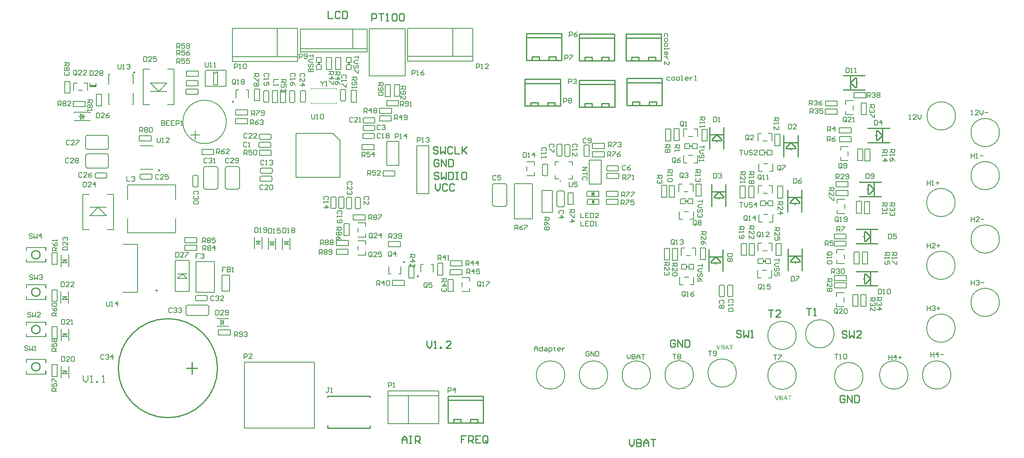
<source format=gto>
G04*
G04 #@! TF.GenerationSoftware,Altium Limited,Altium Designer,23.10.1 (27)*
G04*
G04 Layer_Color=65535*
%FSLAX25Y25*%
%MOIN*%
G70*
G04*
G04 #@! TF.SameCoordinates,D3AB3FBC-EAD5-4AAA-8E34-AB65D5BEE443*
G04*
G04*
G04 #@! TF.FilePolarity,Positive*
G04*
G01*
G75*
%ADD10C,0.00591*%
%ADD11C,0.00984*%
%ADD12C,0.01000*%
%ADD13C,0.00800*%
%ADD14C,0.00500*%
%ADD15C,0.00600*%
%ADD16C,0.00787*%
%ADD17C,0.00493*%
%ADD18C,0.00700*%
%ADD19R,0.05118X0.01654*%
G36*
X25865Y44761D02*
Y47851D01*
X27065D01*
Y44761D01*
X25865D01*
D02*
G37*
G36*
Y57496D02*
Y54406D01*
X27065D01*
Y57496D01*
X25865D01*
D02*
G37*
G36*
Y75928D02*
Y79018D01*
X27065D01*
Y75928D01*
X25865D01*
D02*
G37*
G36*
Y88663D02*
Y85572D01*
X27065D01*
Y88663D01*
X25865D01*
D02*
G37*
G36*
Y107094D02*
Y110185D01*
X27065D01*
Y107094D01*
X25865D01*
D02*
G37*
G36*
Y119830D02*
Y116739D01*
X27065D01*
Y119830D01*
X25865D01*
D02*
G37*
G36*
Y138261D02*
Y141351D01*
X27065D01*
Y138261D01*
X25865D01*
D02*
G37*
G36*
Y150996D02*
Y147906D01*
X27065D01*
Y150996D01*
X25865D01*
D02*
G37*
G36*
X636070Y23300D02*
X635537D01*
X634050Y27141D01*
X634605D01*
X635604Y24349D01*
Y24343D01*
X635609Y24332D01*
X635615Y24316D01*
X635626Y24294D01*
X635631Y24260D01*
X635642Y24227D01*
X635670Y24144D01*
X635704Y24049D01*
X635737Y23944D01*
X635804Y23722D01*
Y23727D01*
X635809Y23739D01*
X635815Y23755D01*
X635820Y23777D01*
X635837Y23838D01*
X635864Y23922D01*
X635892Y24016D01*
X635926Y24121D01*
X635964Y24232D01*
X636009Y24349D01*
X637052Y27141D01*
X637568D01*
X636070Y23300D01*
D02*
G37*
G36*
X647941Y26686D02*
X646676D01*
Y23300D01*
X646165D01*
Y26686D01*
X644900D01*
Y27141D01*
X647941D01*
Y26686D01*
D02*
G37*
G36*
X644778Y23300D02*
X644201D01*
X643751Y24465D01*
X642142D01*
X641725Y23300D01*
X641187D01*
X642652Y27141D01*
X643207D01*
X644778Y23300D01*
D02*
G37*
G36*
X639555Y27135D02*
X639600D01*
X639700Y27124D01*
X639811Y27113D01*
X639927Y27091D01*
X640044Y27063D01*
X640149Y27024D01*
X640155D01*
X640160Y27018D01*
X640194Y27002D01*
X640243Y26974D01*
X640299Y26935D01*
X640366Y26885D01*
X640438Y26824D01*
X640504Y26747D01*
X640565Y26663D01*
X640571Y26652D01*
X640588Y26619D01*
X640615Y26575D01*
X640643Y26508D01*
X640671Y26430D01*
X640699Y26347D01*
X640715Y26253D01*
X640721Y26158D01*
Y26147D01*
Y26120D01*
X640715Y26070D01*
X640704Y26008D01*
X640688Y25936D01*
X640660Y25859D01*
X640626Y25781D01*
X640582Y25698D01*
X640577Y25686D01*
X640560Y25664D01*
X640526Y25620D01*
X640482Y25576D01*
X640427Y25520D01*
X640360Y25459D01*
X640277Y25403D01*
X640182Y25348D01*
X640188D01*
X640199Y25342D01*
X640216Y25337D01*
X640238Y25326D01*
X640305Y25304D01*
X640382Y25265D01*
X640465Y25215D01*
X640560Y25154D01*
X640643Y25082D01*
X640721Y24993D01*
X640726Y24982D01*
X640749Y24948D01*
X640782Y24898D01*
X640815Y24832D01*
X640848Y24743D01*
X640882Y24649D01*
X640904Y24538D01*
X640909Y24416D01*
Y24410D01*
Y24405D01*
Y24371D01*
X640904Y24316D01*
X640893Y24249D01*
X640882Y24171D01*
X640860Y24088D01*
X640832Y23999D01*
X640793Y23911D01*
X640787Y23899D01*
X640771Y23872D01*
X640749Y23833D01*
X640715Y23777D01*
X640671Y23722D01*
X640626Y23661D01*
X640571Y23600D01*
X640510Y23550D01*
X640504Y23544D01*
X640482Y23528D01*
X640443Y23505D01*
X640393Y23483D01*
X640332Y23450D01*
X640260Y23417D01*
X640182Y23389D01*
X640088Y23361D01*
X640077D01*
X640044Y23350D01*
X639988Y23345D01*
X639916Y23333D01*
X639827Y23322D01*
X639722Y23311D01*
X639605Y23306D01*
X639472Y23300D01*
X638007D01*
Y27141D01*
X639516D01*
X639555Y27135D01*
D02*
G37*
G36*
X587330Y65615D02*
X586797D01*
X585310Y69456D01*
X585864D01*
X586864Y66664D01*
Y66658D01*
X586869Y66647D01*
X586874Y66631D01*
X586886Y66609D01*
X586891Y66575D01*
X586902Y66542D01*
X586930Y66459D01*
X586963Y66364D01*
X586997Y66259D01*
X587063Y66037D01*
Y66042D01*
X587069Y66053D01*
X587074Y66070D01*
X587080Y66092D01*
X587097Y66153D01*
X587124Y66237D01*
X587152Y66331D01*
X587185Y66436D01*
X587224Y66547D01*
X587269Y66664D01*
X588312Y69456D01*
X588828D01*
X587330Y65615D01*
D02*
G37*
G36*
X599201Y69001D02*
X597936D01*
Y65615D01*
X597425D01*
Y69001D01*
X596160D01*
Y69456D01*
X599201D01*
Y69001D01*
D02*
G37*
G36*
X596038Y65615D02*
X595460D01*
X595011Y66781D01*
X593401D01*
X592985Y65615D01*
X592447D01*
X593912Y69456D01*
X594467D01*
X596038Y65615D01*
D02*
G37*
G36*
X590815Y69450D02*
X590860D01*
X590959Y69439D01*
X591070Y69428D01*
X591187Y69406D01*
X591303Y69378D01*
X591409Y69339D01*
X591414D01*
X591420Y69333D01*
X591453Y69317D01*
X591503Y69289D01*
X591559Y69250D01*
X591625Y69200D01*
X591698Y69139D01*
X591764Y69062D01*
X591825Y68978D01*
X591831Y68967D01*
X591847Y68934D01*
X591875Y68889D01*
X591903Y68823D01*
X591931Y68745D01*
X591958Y68662D01*
X591975Y68568D01*
X591981Y68473D01*
Y68462D01*
Y68434D01*
X591975Y68384D01*
X591964Y68323D01*
X591947Y68251D01*
X591920Y68174D01*
X591886Y68096D01*
X591842Y68013D01*
X591836Y68002D01*
X591820Y67979D01*
X591786Y67935D01*
X591742Y67891D01*
X591686Y67835D01*
X591620Y67774D01*
X591537Y67718D01*
X591442Y67663D01*
X591448D01*
X591459Y67657D01*
X591475Y67652D01*
X591498Y67641D01*
X591564Y67619D01*
X591642Y67580D01*
X591725Y67530D01*
X591820Y67469D01*
X591903Y67397D01*
X591981Y67308D01*
X591986Y67297D01*
X592008Y67263D01*
X592042Y67213D01*
X592075Y67147D01*
X592108Y67058D01*
X592141Y66964D01*
X592164Y66853D01*
X592169Y66731D01*
Y66725D01*
Y66720D01*
Y66686D01*
X592164Y66631D01*
X592153Y66564D01*
X592141Y66486D01*
X592119Y66403D01*
X592092Y66314D01*
X592053Y66225D01*
X592047Y66214D01*
X592030Y66187D01*
X592008Y66148D01*
X591975Y66092D01*
X591931Y66037D01*
X591886Y65976D01*
X591831Y65915D01*
X591770Y65865D01*
X591764Y65859D01*
X591742Y65843D01*
X591703Y65820D01*
X591653Y65798D01*
X591592Y65765D01*
X591520Y65732D01*
X591442Y65704D01*
X591348Y65676D01*
X591337D01*
X591303Y65665D01*
X591248Y65659D01*
X591176Y65648D01*
X591087Y65637D01*
X590981Y65626D01*
X590865Y65621D01*
X590732Y65615D01*
X589267D01*
Y69456D01*
X590776D01*
X590815Y69450D01*
D02*
G37*
%LPC*%
G36*
X642919Y26741D02*
Y26735D01*
X642913Y26724D01*
Y26702D01*
X642902Y26680D01*
X642896Y26641D01*
X642885Y26602D01*
X642863Y26508D01*
X642835Y26397D01*
X642797Y26275D01*
X642758Y26142D01*
X642708Y26003D01*
X642291Y24882D01*
X643590D01*
X643190Y25936D01*
Y25942D01*
X643185Y25958D01*
X643174Y25986D01*
X643163Y26019D01*
X643146Y26058D01*
X643129Y26108D01*
X643113Y26164D01*
X643091Y26219D01*
X643046Y26347D01*
X643002Y26480D01*
X642957Y26613D01*
X642919Y26741D01*
D02*
G37*
G36*
X639428Y26686D02*
X638517D01*
Y25531D01*
X639461D01*
X639533Y25537D01*
X639611Y25542D01*
X639688Y25548D01*
X639766Y25559D01*
X639827Y25570D01*
X639838Y25576D01*
X639860Y25581D01*
X639894Y25598D01*
X639938Y25620D01*
X639983Y25642D01*
X640033Y25675D01*
X640083Y25720D01*
X640121Y25764D01*
X640127Y25770D01*
X640138Y25787D01*
X640155Y25820D01*
X640171Y25859D01*
X640188Y25903D01*
X640205Y25958D01*
X640216Y26025D01*
X640221Y26097D01*
Y26108D01*
Y26131D01*
X640216Y26164D01*
X640210Y26208D01*
X640199Y26264D01*
X640182Y26319D01*
X640160Y26375D01*
X640127Y26430D01*
X640121Y26436D01*
X640110Y26452D01*
X640088Y26480D01*
X640060Y26508D01*
X640022Y26541D01*
X639977Y26575D01*
X639922Y26608D01*
X639860Y26630D01*
X639855D01*
X639827Y26641D01*
X639788Y26647D01*
X639727Y26658D01*
X639644Y26669D01*
X639550Y26675D01*
X639428Y26686D01*
D02*
G37*
G36*
X639528Y25076D02*
X638517D01*
Y23755D01*
X639611D01*
X639727Y23761D01*
X639777Y23766D01*
X639822Y23772D01*
X639827D01*
X639849Y23777D01*
X639883Y23783D01*
X639922Y23794D01*
X640016Y23827D01*
X640110Y23872D01*
X640116Y23877D01*
X640133Y23888D01*
X640155Y23905D01*
X640182Y23927D01*
X640210Y23960D01*
X640249Y23994D01*
X640277Y24038D01*
X640310Y24088D01*
X640316Y24094D01*
X640321Y24110D01*
X640332Y24144D01*
X640349Y24182D01*
X640366Y24227D01*
X640377Y24282D01*
X640382Y24349D01*
X640388Y24416D01*
Y24427D01*
Y24449D01*
X640382Y24493D01*
X640371Y24543D01*
X640360Y24599D01*
X640338Y24660D01*
X640310Y24721D01*
X640271Y24782D01*
X640266Y24788D01*
X640249Y24810D01*
X640227Y24837D01*
X640194Y24871D01*
X640149Y24909D01*
X640094Y24948D01*
X640033Y24982D01*
X639960Y25010D01*
X639949Y25015D01*
X639927Y25021D01*
X639877Y25032D01*
X639816Y25043D01*
X639738Y25054D01*
X639644Y25065D01*
X639528Y25076D01*
D02*
G37*
G36*
X594178Y69056D02*
Y69051D01*
X594173Y69039D01*
Y69017D01*
X594162Y68995D01*
X594156Y68956D01*
X594145Y68917D01*
X594123Y68823D01*
X594095Y68712D01*
X594056Y68590D01*
X594017Y68457D01*
X593967Y68318D01*
X593551Y67197D01*
X594850D01*
X594450Y68251D01*
Y68257D01*
X594445Y68274D01*
X594434Y68301D01*
X594422Y68335D01*
X594406Y68373D01*
X594389Y68423D01*
X594373Y68479D01*
X594350Y68534D01*
X594306Y68662D01*
X594262Y68795D01*
X594217Y68928D01*
X594178Y69056D01*
D02*
G37*
G36*
X590687Y69001D02*
X589777D01*
Y67846D01*
X590721D01*
X590793Y67852D01*
X590871Y67857D01*
X590948Y67863D01*
X591026Y67874D01*
X591087Y67885D01*
X591098Y67891D01*
X591120Y67896D01*
X591154Y67913D01*
X591198Y67935D01*
X591242Y67957D01*
X591292Y67990D01*
X591342Y68035D01*
X591381Y68079D01*
X591387Y68085D01*
X591398Y68101D01*
X591414Y68135D01*
X591431Y68174D01*
X591448Y68218D01*
X591464Y68274D01*
X591475Y68340D01*
X591481Y68412D01*
Y68423D01*
Y68445D01*
X591475Y68479D01*
X591470Y68523D01*
X591459Y68579D01*
X591442Y68634D01*
X591420Y68690D01*
X591387Y68745D01*
X591381Y68751D01*
X591370Y68767D01*
X591348Y68795D01*
X591320Y68823D01*
X591281Y68856D01*
X591237Y68889D01*
X591181Y68923D01*
X591120Y68945D01*
X591115D01*
X591087Y68956D01*
X591048Y68962D01*
X590987Y68973D01*
X590904Y68984D01*
X590809Y68989D01*
X590687Y69001D01*
D02*
G37*
G36*
X590787Y67391D02*
X589777D01*
Y66070D01*
X590871D01*
X590987Y66076D01*
X591037Y66081D01*
X591081Y66087D01*
X591087D01*
X591109Y66092D01*
X591143Y66098D01*
X591181Y66109D01*
X591276Y66142D01*
X591370Y66187D01*
X591376Y66192D01*
X591392Y66203D01*
X591414Y66220D01*
X591442Y66242D01*
X591470Y66276D01*
X591509Y66309D01*
X591537Y66353D01*
X591570Y66403D01*
X591575Y66409D01*
X591581Y66425D01*
X591592Y66459D01*
X591609Y66497D01*
X591625Y66542D01*
X591636Y66597D01*
X591642Y66664D01*
X591647Y66731D01*
Y66742D01*
Y66764D01*
X591642Y66808D01*
X591631Y66858D01*
X591620Y66914D01*
X591598Y66975D01*
X591570Y67036D01*
X591531Y67097D01*
X591526Y67102D01*
X591509Y67125D01*
X591487Y67152D01*
X591453Y67186D01*
X591409Y67225D01*
X591353Y67263D01*
X591292Y67297D01*
X591220Y67324D01*
X591209Y67330D01*
X591187Y67335D01*
X591137Y67347D01*
X591076Y67358D01*
X590998Y67369D01*
X590904Y67380D01*
X590787Y67391D01*
D02*
G37*
%LPD*%
D10*
X455557Y206199D02*
G03*
X455557Y206199I-295J0D01*
G01*
D11*
X119392Y114865D02*
G03*
X119392Y114865I-492J0D01*
G01*
X183015Y272379D02*
G03*
X183015Y272379I-492J0D01*
G01*
X121328Y215154D02*
G03*
X121328Y215154I-492J0D01*
G01*
X337015Y126779D02*
G03*
X337015Y126779I-492J0D01*
G01*
X325469Y138621D02*
G03*
X325469Y138621I-492J0D01*
G01*
D12*
X21731Y113462D02*
G03*
X21731Y113462I-3543J0D01*
G01*
X169581Y50000D02*
G03*
X169581Y50000I-41339J0D01*
G01*
X21731Y82295D02*
G03*
X21731Y82295I-3543J0D01*
G01*
Y51129D02*
G03*
X21731Y51129I-3543J0D01*
G01*
Y144629D02*
G03*
X21731Y144629I-3543J0D01*
G01*
X100500Y296900D02*
G03*
X100500Y296900I-500J0D01*
G01*
X261400Y25700D02*
Y26772D01*
X296597Y25797D02*
Y26772D01*
Y0D02*
Y2103D01*
X261400Y0D02*
Y2000D01*
Y0D02*
X296597D01*
X261400Y26772D02*
X296597D01*
X565015Y234415D02*
Y236415D01*
X450500Y271725D02*
X450500Y269225D01*
X444500Y271725D02*
X450500D01*
X444500Y269225D02*
Y271725D01*
X436500D02*
X436500Y269225D01*
X430500Y271725D02*
X436500D01*
X430500Y269225D02*
Y271725D01*
X425736Y268851D02*
Y291292D01*
X455067D01*
X455264Y268851D02*
Y291292D01*
X425736Y268851D02*
X455264D01*
X425736Y287800D02*
X455264D01*
X585515Y239015D02*
Y240015D01*
X581515Y240015D02*
X589515D01*
Y241015D01*
X585515Y245015D02*
X589515Y241015D01*
X581515D02*
X585515Y245015D01*
X581515Y240015D02*
Y241015D01*
X591421Y232960D02*
Y251070D01*
X579609Y232960D02*
Y251070D01*
X579715Y245015D02*
X591515D01*
X148242Y45000D02*
Y55000D01*
X143743Y50000D02*
X152743D01*
X253000Y305200D02*
X255000D01*
X277900D02*
X279900D01*
X386300Y7225D02*
X386300Y4725D01*
X380300Y7225D02*
X386300D01*
X380300Y4725D02*
Y7225D01*
X372300D02*
X372300Y4725D01*
X366300Y7225D02*
X372300D01*
X366300Y4725D02*
Y7225D01*
X361536Y4351D02*
Y26792D01*
X390867D01*
X391064Y4351D02*
Y26792D01*
X361536Y4351D02*
X391064D01*
X361536Y23300D02*
X391064D01*
X510536Y288400D02*
X540064D01*
X510536Y269451D02*
X540064D01*
Y291892D01*
X510536D02*
X539867D01*
X510536Y269451D02*
Y291892D01*
X515300Y269825D02*
Y272325D01*
X521300D01*
X521300Y269825D01*
X529300D02*
Y272325D01*
X535300D01*
X535300Y269825D01*
X534600Y309525D02*
X534600Y307025D01*
X528600Y309525D02*
X534600D01*
X528600Y307025D02*
Y309525D01*
X520600D02*
X520600Y307025D01*
X514600Y309525D02*
X520600D01*
X514600Y307025D02*
Y309525D01*
X509836Y306651D02*
Y329092D01*
X539167D01*
X539364Y306651D02*
Y329092D01*
X509836Y306651D02*
X539364D01*
X509836Y325600D02*
X539364D01*
X495815Y270940D02*
X495815Y268440D01*
X489815Y270940D02*
X495815D01*
X489815Y268440D02*
Y270940D01*
X481815D02*
X481815Y268440D01*
X475815Y270940D02*
X481815D01*
X475815Y268440D02*
Y270940D01*
X471051Y268066D02*
Y290507D01*
X500382D01*
X500579Y268066D02*
Y290507D01*
X471051Y268066D02*
X500579D01*
X471051Y287015D02*
X500579D01*
X495700Y309525D02*
X495700Y307025D01*
X489700Y309525D02*
X495700D01*
X489700Y307025D02*
Y309525D01*
X481700D02*
X481700Y307025D01*
X475700Y309525D02*
X481700D01*
X475700Y307025D02*
Y309525D01*
X470936Y306651D02*
Y329092D01*
X500267D01*
X500464Y306651D02*
Y329092D01*
X470936Y306651D02*
X500464D01*
X470936Y325600D02*
X500464D01*
X451600Y309925D02*
X451600Y307425D01*
X445600Y309925D02*
X451600D01*
X445600Y307425D02*
Y309925D01*
X437600D02*
X437600Y307425D01*
X431600Y309925D02*
X437600D01*
X431600Y307425D02*
Y309925D01*
X426836Y307051D02*
Y329492D01*
X456167D01*
X456364Y307051D02*
Y329492D01*
X426836Y307051D02*
X456364D01*
X426836Y326000D02*
X456364D01*
X562215Y133515D02*
Y135515D01*
X626115Y138315D02*
Y140315D01*
X628115Y186615D02*
Y188615D01*
X561415Y188415D02*
Y190415D01*
X627315Y228915D02*
Y230915D01*
X696915Y282515D02*
Y294315D01*
X690860Y282410D02*
X708970D01*
X690860Y294220D02*
X708970D01*
X700915Y284315D02*
X701915D01*
X696915Y288315D02*
X700915Y284315D01*
X696915Y288315D02*
X700915Y292315D01*
X701915D01*
Y284315D02*
Y292315D01*
X701915Y288315D02*
X702915D01*
X713615Y118815D02*
Y130615D01*
X701560Y130720D02*
X719670D01*
X701560Y118910D02*
X719670D01*
X708615Y128815D02*
X709615D01*
X713615Y124815D01*
X709615Y120815D02*
X713615Y124815D01*
X708615Y120815D02*
X709615D01*
X708615D02*
Y128815D01*
X707615Y124815D02*
X708615D01*
X716515Y193315D02*
Y205115D01*
X704460Y205221D02*
X722570D01*
X704460Y193410D02*
X722570D01*
X711515Y203315D02*
X712515D01*
X716515Y199315D01*
X712515Y195315D02*
X716515Y199315D01*
X711515Y195315D02*
X712515D01*
X711515D02*
Y203315D01*
X710515Y199315D02*
X711515D01*
X579015Y143115D02*
X590815D01*
X578909Y131060D02*
Y149170D01*
X590721Y131060D02*
Y149170D01*
X580815Y138115D02*
Y139115D01*
X584815Y143115D01*
X588815Y139115D01*
Y138115D02*
Y139115D01*
X580815Y138115D02*
X588815D01*
X584815Y137115D02*
Y138115D01*
X645115Y143515D02*
X656915D01*
X645010Y131460D02*
Y149570D01*
X656820Y131460D02*
Y149570D01*
X646915Y138515D02*
Y139515D01*
X650915Y143515D01*
X654915Y139515D01*
Y138515D02*
Y139515D01*
X646915Y138515D02*
X654915D01*
X650915Y137515D02*
Y138515D01*
X644715Y192515D02*
X656515D01*
X644609Y180460D02*
Y198570D01*
X656421Y180460D02*
Y198570D01*
X646515Y187515D02*
Y188515D01*
X650515Y192515D01*
X654515Y188515D01*
Y187515D02*
Y188515D01*
X646515Y187515D02*
X654515D01*
X650515Y186515D02*
Y187515D01*
X713715Y154015D02*
Y165815D01*
X701660Y165920D02*
X719770D01*
X701660Y154110D02*
X719770D01*
X708715Y164015D02*
X709715D01*
X713715Y160015D01*
X709715Y156015D02*
X713715Y160015D01*
X708715Y156015D02*
X709715D01*
X708715D02*
Y164015D01*
X707715Y160015D02*
X708715D01*
X723515Y238415D02*
Y250215D01*
X711460Y250321D02*
X729570D01*
X711460Y238509D02*
X729570D01*
X718515Y248415D02*
X719515D01*
X723515Y244415D01*
X719515Y240415D02*
X723515Y244415D01*
X718515Y240415D02*
X719515D01*
X718515D02*
Y248415D01*
X717515Y244415D02*
X718515D01*
X581415Y197215D02*
X593215D01*
X581310Y185160D02*
Y203270D01*
X593120Y185160D02*
Y203270D01*
X583215Y192215D02*
Y193215D01*
X587215Y197215D01*
X591215Y193215D01*
Y192215D02*
Y193215D01*
X583215Y192215D02*
X591215D01*
X587215Y191215D02*
Y192215D01*
X641515Y238315D02*
X653315D01*
X641409Y226260D02*
Y244370D01*
X653221Y226260D02*
Y244370D01*
X643315Y233315D02*
Y234315D01*
X647315Y238315D01*
X651315Y234315D01*
Y233315D02*
Y234315D01*
X643315Y233315D02*
X651315D01*
X647315Y232315D02*
Y233315D01*
X628800Y98598D02*
X632799D01*
X630799D01*
Y92600D01*
X638797D02*
X634798D01*
X638797Y96599D01*
Y97598D01*
X637797Y98598D01*
X635798D01*
X634798Y97598D01*
X660300Y99898D02*
X664299D01*
X662299D01*
Y93900D01*
X666298D02*
X668297D01*
X667298D01*
Y99898D01*
X666298Y98898D01*
X344120Y72643D02*
Y68645D01*
X346119Y66645D01*
X348119Y68645D01*
Y72643D01*
X350118Y66645D02*
X352118D01*
X351118D01*
Y72643D01*
X350118Y71644D01*
X355117Y66645D02*
Y67645D01*
X356116D01*
Y66645D01*
X355117D01*
X364114D02*
X360115D01*
X364114Y70644D01*
Y71644D01*
X363114Y72643D01*
X361115D01*
X360115Y71644D01*
X694036Y80304D02*
X693036Y81304D01*
X691037D01*
X690037Y80304D01*
Y79304D01*
X691037Y78305D01*
X693036D01*
X694036Y77305D01*
Y76305D01*
X693036Y75306D01*
X691037D01*
X690037Y76305D01*
X696035Y81304D02*
Y75306D01*
X698035Y77305D01*
X700034Y75306D01*
Y81304D01*
X706032Y75306D02*
X702033D01*
X706032Y79304D01*
Y80304D01*
X705032Y81304D01*
X703033D01*
X702033Y80304D01*
X605859Y80550D02*
X604859Y81550D01*
X602860D01*
X601860Y80550D01*
Y79550D01*
X602860Y78551D01*
X604859D01*
X605859Y77551D01*
Y76551D01*
X604859Y75551D01*
X602860D01*
X601860Y76551D01*
X607858Y81550D02*
Y75551D01*
X609858Y77551D01*
X611857Y75551D01*
Y81550D01*
X613856Y75551D02*
X615856D01*
X614856D01*
Y81550D01*
X613856Y80550D01*
X692236Y26204D02*
X691236Y27204D01*
X689237D01*
X688237Y26204D01*
Y22205D01*
X689237Y21206D01*
X691236D01*
X692236Y22205D01*
Y24205D01*
X690237D01*
X694235Y21206D02*
Y27204D01*
X698234Y21206D01*
Y27204D01*
X700234D02*
Y21206D01*
X703232D01*
X704232Y22205D01*
Y26204D01*
X703232Y27204D01*
X700234D01*
X551044Y72724D02*
X550044Y73723D01*
X548044D01*
X547045Y72724D01*
Y68725D01*
X548044Y67725D01*
X550044D01*
X551044Y68725D01*
Y70724D01*
X549044D01*
X553043Y67725D02*
Y73723D01*
X557042Y67725D01*
Y73723D01*
X559041D02*
Y67725D01*
X562040D01*
X563040Y68725D01*
Y72724D01*
X562040Y73723D01*
X559041D01*
X512563Y-9378D02*
Y-13377D01*
X514563Y-15376D01*
X516562Y-13377D01*
Y-9378D01*
X518561D02*
Y-15376D01*
X521560D01*
X522560Y-14377D01*
Y-13377D01*
X521560Y-12377D01*
X518561D01*
X521560D01*
X522560Y-11377D01*
Y-10378D01*
X521560Y-9378D01*
X518561D01*
X524559Y-15376D02*
Y-11377D01*
X526559Y-9378D01*
X528558Y-11377D01*
Y-15376D01*
Y-12377D01*
X524559D01*
X530557Y-9378D02*
X534556D01*
X532557D01*
Y-15376D01*
X297900Y339900D02*
Y345898D01*
X300899D01*
X301899Y344898D01*
Y342899D01*
X300899Y341899D01*
X297900D01*
X303898Y345898D02*
X307897D01*
X305897D01*
Y339900D01*
X309896D02*
X311895D01*
X310896D01*
Y345898D01*
X309896Y344898D01*
X314895D02*
X315894Y345898D01*
X317894D01*
X318893Y344898D01*
Y340900D01*
X317894Y339900D01*
X315894D01*
X314895Y340900D01*
Y344898D01*
X320893D02*
X321892Y345898D01*
X323892D01*
X324891Y344898D01*
Y340900D01*
X323892Y339900D01*
X321892D01*
X320893Y340900D01*
Y344898D01*
X323200Y-12500D02*
Y-8501D01*
X325199Y-6502D01*
X327199Y-8501D01*
Y-12500D01*
Y-9501D01*
X323200D01*
X329198Y-6502D02*
X331197D01*
X330198D01*
Y-12500D01*
X329198D01*
X331197D01*
X334196D02*
Y-6502D01*
X337195D01*
X338195Y-7502D01*
Y-9501D01*
X337195Y-10501D01*
X334196D01*
X336196D02*
X338195Y-12500D01*
X376799Y-6302D02*
X372800D01*
Y-9301D01*
X374799D01*
X372800D01*
Y-12300D01*
X378798D02*
Y-6302D01*
X381797D01*
X382797Y-7302D01*
Y-9301D01*
X381797Y-10301D01*
X378798D01*
X380797D02*
X382797Y-12300D01*
X388795Y-6302D02*
X384796D01*
Y-12300D01*
X388795D01*
X384796Y-9301D02*
X386795D01*
X394793Y-11300D02*
Y-7302D01*
X393793Y-6302D01*
X391794D01*
X390794Y-7302D01*
Y-11300D01*
X391794Y-12300D01*
X393793D01*
X392793Y-10301D02*
X394793Y-12300D01*
X393793D02*
X394793Y-11300D01*
X261600Y347898D02*
Y341900D01*
X265599D01*
X271597Y346898D02*
X270597Y347898D01*
X268598D01*
X267598Y346898D01*
Y342900D01*
X268598Y341900D01*
X270597D01*
X271597Y342900D01*
X273596Y347898D02*
Y341900D01*
X276595D01*
X277595Y342900D01*
Y346898D01*
X276595Y347898D01*
X273596D01*
X350974Y204098D02*
Y200099D01*
X352974Y198100D01*
X354973Y200099D01*
Y204098D01*
X360971Y203098D02*
X359971Y204098D01*
X357972D01*
X356972Y203098D01*
Y199100D01*
X357972Y198100D01*
X359971D01*
X360971Y199100D01*
X366969Y203098D02*
X365969Y204098D01*
X363970D01*
X362970Y203098D01*
Y199100D01*
X363970Y198100D01*
X365969D01*
X366969Y199100D01*
X354000Y212798D02*
X353001Y213798D01*
X351001D01*
X350002Y212798D01*
Y211799D01*
X351001Y210799D01*
X353001D01*
X354000Y209799D01*
Y208800D01*
X353001Y207800D01*
X351001D01*
X350002Y208800D01*
X356000Y213798D02*
Y207800D01*
X357999Y209799D01*
X359998Y207800D01*
Y213798D01*
X361998D02*
Y207800D01*
X364997D01*
X365997Y208800D01*
Y212798D01*
X364997Y213798D01*
X361998D01*
X367996D02*
X369995D01*
X368996D01*
Y207800D01*
X367996D01*
X369995D01*
X375993Y213798D02*
X373994D01*
X372994Y212798D01*
Y208800D01*
X373994Y207800D01*
X375993D01*
X376993Y208800D01*
Y212798D01*
X375993Y213798D01*
X354000Y223336D02*
X353001Y224335D01*
X351001D01*
X350002Y223336D01*
Y219337D01*
X351001Y218337D01*
X353001D01*
X354000Y219337D01*
Y221336D01*
X352001D01*
X356000Y218337D02*
Y224335D01*
X359998Y218337D01*
Y224335D01*
X361998D02*
Y218337D01*
X364997D01*
X365997Y219337D01*
Y223336D01*
X364997Y224335D01*
X361998D01*
X353479Y234064D02*
X352480Y235064D01*
X350480D01*
X349481Y234064D01*
Y233065D01*
X350480Y232065D01*
X352480D01*
X353479Y231065D01*
Y230066D01*
X352480Y229066D01*
X350480D01*
X349481Y230066D01*
X355479Y235064D02*
Y229066D01*
X357478Y231065D01*
X359477Y229066D01*
Y235064D01*
X365476Y234064D02*
X364476Y235064D01*
X362476D01*
X361477Y234064D01*
Y230066D01*
X362476Y229066D01*
X364476D01*
X365476Y230066D01*
X367475Y235064D02*
Y229066D01*
X371474D01*
X373473Y235064D02*
Y229066D01*
Y231065D01*
X377472Y235064D01*
X374473Y232065D01*
X377472Y229066D01*
D13*
X166719Y297412D02*
G03*
X169081Y297412I1181J0D01*
G01*
X169500Y286782D02*
Y297412D01*
X166200Y286782D02*
X169500D01*
X166200D02*
Y297412D01*
X176561Y285207D02*
Y298593D01*
X159239Y285207D02*
X176561D01*
X159239D02*
Y297412D01*
X160420Y298593D01*
X176561D01*
X169081Y297412D02*
X169500D01*
X166200D02*
X166719D01*
X57529Y44098D02*
Y40099D01*
X59528Y38100D01*
X61528Y40099D01*
Y44098D01*
X63527Y38100D02*
X65526D01*
X64527D01*
Y44098D01*
X63527Y43098D01*
X68525Y38100D02*
Y39100D01*
X69525D01*
Y38100D01*
X68525D01*
X73524D02*
X75523D01*
X74524D01*
Y44098D01*
X73524Y43098D01*
D14*
X707411Y43000D02*
G03*
X707411Y43000I-11811J0D01*
G01*
X651811Y77400D02*
G03*
X651811Y77400I-11811J0D01*
G01*
X566126Y44515D02*
G03*
X566126Y44515I-11811J0D01*
G01*
X651811Y44100D02*
G03*
X651811Y44100I-11811J0D01*
G01*
X780726Y44315D02*
G03*
X780726Y44315I-11811J0D01*
G01*
X744970D02*
G03*
X744970Y44315I-11811J0D01*
G01*
X821126Y104915D02*
G03*
X821126Y104915I-11811J0D01*
G01*
X784226Y83415D02*
G03*
X784226Y83415I-11811J0D01*
G01*
X821126Y157815D02*
G03*
X821126Y157815I-11811J0D01*
G01*
X784226Y135848D02*
G03*
X784226Y135848I-11811J0D01*
G01*
X821126Y210715D02*
G03*
X821126Y210715I-11811J0D01*
G01*
X784226Y188282D02*
G03*
X784226Y188282I-11811J0D01*
G01*
X494682Y44315D02*
G03*
X494682Y44315I-11811J0D01*
G01*
X458926D02*
G03*
X458926Y44315I-11811J0D01*
G01*
X530437D02*
G03*
X530437Y44315I-11811J0D01*
G01*
X821126Y246715D02*
G03*
X821126Y246715I-11811J0D01*
G01*
X784526Y260615D02*
G03*
X784526Y260615I-11811J0D01*
G01*
X601926Y45915D02*
G03*
X601926Y45915I-11811J0D01*
G01*
X683311Y78700D02*
G03*
X683311Y78700I-11811J0D01*
G01*
X192105Y6D02*
Y55124D01*
Y6D02*
X250373D01*
Y55124D01*
X192105D02*
X250373D01*
X427318Y222383D02*
X433617D01*
X427318Y210573D02*
X433617D01*
X427318Y214706D02*
Y218250D01*
X433617Y219431D02*
Y222383D01*
Y210573D02*
Y213525D01*
X169200Y91450D02*
X178900D01*
X174800Y86300D02*
Y90237D01*
X172438Y86300D02*
Y90237D01*
X174406Y88269D01*
X172438Y86300D02*
X174406Y88269D01*
X169200Y85150D02*
X178900D01*
X140200Y128843D02*
X144137Y124906D01*
X136263D02*
X140200Y128843D01*
X136263D02*
X144137D01*
X136263Y124906D02*
X144137D01*
X134294Y113882D02*
Y139866D01*
X146106D01*
Y113882D02*
Y139866D01*
X134294Y113882D02*
X146106D01*
X235070Y246060D02*
X265759D01*
X235070Y209328D02*
Y246060D01*
Y209328D02*
X271802D01*
Y240017D01*
X265759Y246060D02*
X271802Y240017D01*
X296150Y294071D02*
Y333441D01*
Y294071D02*
X326000D01*
Y333500D01*
X296150Y333441D02*
X326071D01*
X94600Y163000D02*
Y175157D01*
X134757Y163000D02*
Y175157D01*
Y191000D02*
Y203157D01*
X94600Y163000D02*
X134757D01*
X94600Y191000D02*
Y203157D01*
X134757D01*
X238500Y333014D02*
X294271D01*
Y314117D02*
Y333014D01*
X238500Y314117D02*
X294271D01*
X238700Y316676D02*
X294271D01*
X282263D02*
Y333014D01*
X238500Y314117D02*
Y333014D01*
X181900Y310020D02*
X236211D01*
X181900Y306083D02*
X236211D01*
X181900Y333642D02*
X236211D01*
X181900Y306083D02*
Y333642D01*
X236211Y306083D02*
Y333642D01*
X219400Y310020D02*
Y333642D01*
X311789Y27180D02*
X354100D01*
X311789Y31117D02*
X354100D01*
X311789Y3558D02*
X354100D01*
Y31117D01*
X311789Y3558D02*
Y31117D01*
X328600Y3558D02*
Y27180D01*
X417135Y174562D02*
Y204090D01*
X432095D01*
Y174562D02*
Y204090D01*
X417135Y174562D02*
X432095D01*
X398810Y186251D02*
Y202983D01*
X410620Y186251D02*
Y202983D01*
X398810D02*
X399991Y204165D01*
X409439D02*
X410620Y202983D01*
X409439Y185070D02*
X410620Y186251D01*
X398810D02*
X399991Y185070D01*
Y204165D02*
X409439D01*
X399991Y185070D02*
X409439D01*
X439884Y179959D02*
Y198266D01*
X448546Y179959D02*
Y198266D01*
X439884D02*
X448546D01*
X439884Y179959D02*
X448546D01*
X162345Y95250D02*
Y101550D01*
X143250Y95250D02*
Y101550D01*
X161164Y94069D02*
X162345Y95250D01*
X161164Y102731D02*
X162345Y101550D01*
X143250D02*
X144431Y102731D01*
X143250Y95250D02*
X144431Y94069D01*
Y102731D02*
X161164D01*
X144431Y94069D02*
X161164D01*
X173350Y127630D02*
X179650D01*
X173350Y114244D02*
X179650D01*
X179650Y126646D02*
X179650D01*
X173350Y114244D02*
Y127630D01*
X179650Y114244D02*
Y127630D01*
X452265Y185569D02*
X453250Y184585D01*
X452265Y185569D02*
X452265D01*
X457580Y184585D02*
X458565Y185569D01*
X452265Y196987D02*
X453250Y197971D01*
X457580D02*
X458565Y196987D01*
X453250Y197971D02*
X457580D01*
X458565Y185569D02*
Y196987D01*
X453250Y184585D02*
X457580D01*
X452265Y185569D02*
Y196987D01*
X170326Y77535D02*
Y81865D01*
X180168Y77535D02*
Y81865D01*
X170326D02*
X180168D01*
X170326Y77535D02*
X180168D01*
X487428Y186772D02*
Y191102D01*
X478373D02*
X487428D01*
X477586Y187559D02*
Y190315D01*
X478373Y186772D02*
X487428D01*
X477586Y190315D02*
X478373Y191102D01*
X482015Y187559D02*
Y190315D01*
X483393Y187559D02*
Y190315D01*
X482015Y188937D02*
X483393Y187559D01*
X482015Y188937D02*
X483393Y190315D01*
X482015Y188937D02*
X483393D01*
X477586Y187559D02*
X478373Y186772D01*
X494739Y214550D02*
X503007D01*
X503794Y215337D02*
Y218093D01*
X493952Y215337D02*
Y218093D01*
X494739Y218880D02*
X503007D01*
X493952Y218093D02*
X494739Y218880D01*
X493952Y215337D02*
X494739Y214550D01*
X503007D02*
X503794Y215337D01*
X503007Y218880D02*
X503794Y218093D01*
X325174Y118935D02*
Y123265D01*
X315332Y118935D02*
Y123265D01*
Y118935D02*
X325174D01*
X315332Y123265D02*
X325174D01*
X352935Y137674D02*
X357265D01*
X352935Y127831D02*
X357265D01*
Y137674D01*
X352935Y127831D02*
Y137674D01*
X329135Y135274D02*
X333465D01*
X329135Y125432D02*
X333465D01*
Y135274D01*
X329135Y125432D02*
Y135274D01*
X321974Y151335D02*
Y155665D01*
X312132Y151335D02*
Y155665D01*
Y151335D02*
X321974D01*
X312132Y155665D02*
X321974D01*
X328100Y310220D02*
X382411D01*
X328100Y306283D02*
X382411D01*
X328100Y333842D02*
X382411D01*
X328100Y306283D02*
Y333842D01*
X382411Y306283D02*
Y333842D01*
X365600Y310220D02*
Y333842D01*
X35953Y136555D02*
Y146397D01*
X31623Y136555D02*
Y146397D01*
X35953D01*
X31623Y136555D02*
X35953D01*
X36053Y74704D02*
Y84546D01*
X31723Y74704D02*
Y84546D01*
X36053D01*
X31723Y74704D02*
X36053D01*
X36153Y43155D02*
Y52997D01*
X31823Y43155D02*
Y52997D01*
X36153D01*
X31823Y43155D02*
X36153D01*
Y105555D02*
Y115397D01*
X31823Y105555D02*
Y115397D01*
X36153D01*
X31823Y105555D02*
X36153D01*
X39238Y73029D02*
Y82729D01*
X40451Y78629D02*
X44388D01*
X40451Y76266D02*
X44388D01*
X40451D02*
X42419Y78235D01*
X44388Y76266D01*
X45538Y73029D02*
Y82729D01*
X39238Y42029D02*
Y51729D01*
X40451Y47629D02*
X44388D01*
X40451Y45267D02*
X44388D01*
X40451D02*
X42419Y47235D01*
X44388Y45267D01*
X45538Y42029D02*
Y51729D01*
X39038Y104229D02*
Y113929D01*
X40251Y109829D02*
X44188D01*
X40251Y107466D02*
X44188D01*
X40251D02*
X42219Y109435D01*
X44188Y107466D01*
X45338Y104229D02*
Y113929D01*
X39238Y134829D02*
Y144529D01*
X40451Y140429D02*
X44388D01*
X40451Y138066D02*
X44388D01*
X40451D02*
X42419Y140035D01*
X44388Y138066D01*
X45538Y134829D02*
Y144529D01*
X99300Y287400D02*
Y295200D01*
Y270200D02*
Y279649D01*
X79024Y286900D02*
Y295200D01*
Y270200D02*
Y279649D01*
Y295200D02*
X79900D01*
X98200D02*
X99300D01*
X79024Y270200D02*
X80000D01*
X98300D02*
X99300D01*
X58416Y288168D02*
X61369D01*
X49558D02*
X52510D01*
X53691Y281869D02*
X57235D01*
X61369D02*
Y288168D01*
X49558Y281869D02*
Y288168D01*
X50400Y263643D02*
X63400D01*
X50400Y256557D02*
X63400D01*
X55438Y257700D02*
X57800Y260062D01*
X55438Y257700D02*
Y262424D01*
X57800Y260062D01*
Y257700D02*
Y262424D01*
X50400Y263100D02*
Y263643D01*
Y256557D02*
Y257100D01*
X63400Y263100D02*
Y263643D01*
Y256557D02*
Y257100D01*
X53900Y260100D02*
X59400D01*
X260235Y299426D02*
X264565D01*
X260235Y309269D02*
X264565D01*
X260235Y299426D02*
Y309269D01*
X264565Y299426D02*
Y309269D01*
X307626Y210335D02*
Y214665D01*
X317469Y210335D02*
Y214665D01*
X307626D02*
X317469D01*
X307626Y210335D02*
X317469D01*
X42435Y279524D02*
X46765D01*
X42435Y289367D02*
X46765D01*
X42435Y279524D02*
Y289367D01*
X46765Y279524D02*
Y289367D01*
X49361Y268335D02*
Y272665D01*
X59203Y268335D02*
Y272665D01*
X49361D02*
X59203D01*
X49361Y268335D02*
X59203D01*
X68535Y278776D02*
X72865D01*
X68535Y268933D02*
X72865D01*
Y278776D01*
X68535Y268933D02*
Y278776D01*
X363426Y128035D02*
Y132365D01*
X373269Y128035D02*
Y132365D01*
X363426D02*
X373269D01*
X363426Y128035D02*
X373269D01*
X363526Y135335D02*
Y139665D01*
X373369Y135335D02*
Y139665D01*
X363526D02*
X373369D01*
X363526Y135335D02*
X373369D01*
X361635Y123974D02*
X365965D01*
X361635Y114131D02*
X365965D01*
Y123974D01*
X361635Y114131D02*
Y123974D01*
X143726Y293735D02*
X153568D01*
X143726Y298065D02*
X153568D01*
Y293735D02*
Y298065D01*
X143726Y293735D02*
Y298065D01*
X153374Y285835D02*
Y290165D01*
X143532Y285835D02*
Y290165D01*
Y285835D02*
X153374D01*
X143532Y290165D02*
X153374D01*
X143426Y278835D02*
Y283165D01*
X153269Y278835D02*
Y283165D01*
X143426D02*
X153269D01*
X143426Y278835D02*
X153269D01*
X299874Y232435D02*
Y236765D01*
X290032Y232435D02*
Y236765D01*
Y232435D02*
X299874D01*
X290032Y236765D02*
X299874D01*
X373269Y125669D02*
X379568D01*
X373269Y113857D02*
X379568D01*
X373269Y117991D02*
Y121535D01*
X379568Y122716D02*
Y125669D01*
Y113857D02*
Y116810D01*
X230050Y149100D02*
Y158800D01*
X224900Y153200D02*
X228837D01*
X224900Y155562D02*
X228837D01*
X226869Y153594D02*
X228837Y155562D01*
X224900D02*
X226869Y153594D01*
X223750Y149100D02*
Y158800D01*
X59655Y233776D02*
Y243225D01*
X78750Y233776D02*
Y243225D01*
X59655D02*
X60836Y244406D01*
X59655Y233776D02*
X60836Y232594D01*
X77569D02*
X78750Y233776D01*
X77569Y244406D02*
X78750Y243225D01*
X60836Y232594D02*
X77569D01*
X60836Y244406D02*
X77569D01*
X159276Y218445D02*
X168725D01*
X159276Y199350D02*
X168725D01*
Y218445D02*
X169905Y217264D01*
X158095D02*
X159276Y218445D01*
X158095Y200532D02*
X159276Y199350D01*
X168725D02*
X169905Y200532D01*
X158095D02*
Y217264D01*
X169905Y200532D02*
Y217264D01*
X290926Y255422D02*
X291713Y254635D01*
X290926Y258178D02*
X291713Y258965D01*
X299981D02*
X300768Y258178D01*
X299981Y254635D02*
X300768Y255422D01*
X291713Y254635D02*
X299981D01*
X300768Y255422D02*
Y258178D01*
X290926Y255422D02*
Y258178D01*
X291713Y258965D02*
X299981D01*
X194574Y261435D02*
Y265765D01*
X184731Y261435D02*
Y265765D01*
Y261435D02*
X194574D01*
X184731Y265765D02*
X194574D01*
X200335Y273226D02*
X204665D01*
X200335Y283069D02*
X204665D01*
X200335Y273226D02*
Y283069D01*
X204665Y273226D02*
Y283069D01*
X184826Y253935D02*
Y258265D01*
X194668Y253935D02*
Y258265D01*
X184826D02*
X194668D01*
X184826Y253935D02*
X194668D01*
X166474Y228335D02*
Y232665D01*
X156632Y228335D02*
Y232665D01*
Y228335D02*
X166474D01*
X156632Y232665D02*
X166474D01*
X222135Y271726D02*
X226465D01*
X222135Y281569D02*
X226465D01*
X222135Y271726D02*
Y281569D01*
X226465Y271726D02*
Y281569D01*
X280835Y272126D02*
X285165D01*
X280835Y281969D02*
X285165D01*
X280835Y272126D02*
Y281969D01*
X285165Y272126D02*
Y281969D01*
X268035Y299426D02*
X272365D01*
X268035Y309269D02*
X272365D01*
X268035Y299426D02*
Y309269D01*
X272365Y299426D02*
Y309269D01*
X238635Y280987D02*
X239422Y281774D01*
X242178D02*
X242965Y280987D01*
X242178Y271932D02*
X242965Y272719D01*
X238635D02*
X239422Y271932D01*
X238635Y272719D02*
Y280987D01*
X239422Y271932D02*
X242178D01*
X239422Y281774D02*
X242178D01*
X242965Y272719D02*
Y280987D01*
X277135Y191987D02*
X277922Y192774D01*
X280678D02*
X281465Y191987D01*
X280678Y182931D02*
X281465Y183719D01*
X277135D02*
X277922Y182931D01*
X277135Y183719D02*
Y191987D01*
X277922Y182931D02*
X280678D01*
X277922Y192774D02*
X280678D01*
X281465Y183719D02*
Y191987D01*
X213387Y245365D02*
X214174Y244578D01*
X213387Y241035D02*
X214174Y241822D01*
X204331D02*
X205119Y241035D01*
X204331Y244578D02*
X205119Y245365D01*
X213387D01*
X204331Y241822D02*
Y244578D01*
X214174Y241822D02*
Y244578D01*
X205119Y241035D02*
X213387D01*
X213187Y238565D02*
X213974Y237778D01*
X213187Y234235D02*
X213974Y235022D01*
X204132D02*
X204919Y234235D01*
X204132Y237778D02*
X204919Y238565D01*
X213187D01*
X204132Y235022D02*
Y237778D01*
X213974Y235022D02*
Y237778D01*
X204919Y234235D02*
X213187D01*
X214187Y210265D02*
X214974Y209478D01*
X214187Y205935D02*
X214974Y206722D01*
X205132D02*
X205919Y205935D01*
X205132Y209478D02*
X205919Y210265D01*
X214187D01*
X205132Y206722D02*
Y209478D01*
X214974Y206722D02*
Y209478D01*
X205919Y205935D02*
X214187D01*
X270535Y192387D02*
X271322Y193174D01*
X274078D02*
X274865Y192387D01*
X274078Y183332D02*
X274865Y184119D01*
X270535D02*
X271322Y183332D01*
X270535Y184119D02*
Y192387D01*
X271322Y183332D02*
X274078D01*
X271322Y193174D02*
X274078D01*
X274865Y184119D02*
Y192387D01*
X290526Y242322D02*
X291313Y241535D01*
X290526Y245078D02*
X291313Y245865D01*
X299581D02*
X300368Y245078D01*
X299581Y241535D02*
X300368Y242322D01*
X291313Y241535D02*
X299581D01*
X300368Y242322D02*
Y245078D01*
X290526Y242322D02*
Y245078D01*
X291313Y245865D02*
X299581D01*
X272135Y281987D02*
X272922Y282774D01*
X275678D02*
X276465Y281987D01*
X275678Y272932D02*
X276465Y273719D01*
X272135D02*
X272922Y272932D01*
X272135Y273719D02*
Y281987D01*
X272922Y272932D02*
X275678D01*
X272922Y282774D02*
X275678D01*
X276465Y273719D02*
Y281987D01*
X233178Y271726D02*
X233965Y272513D01*
X229635D02*
X230422Y271726D01*
X229635Y280781D02*
X230422Y281569D01*
X233178D02*
X233965Y280781D01*
Y272513D02*
Y280781D01*
X230422Y281569D02*
X233178D01*
X230422Y271726D02*
X233178D01*
X229635Y272513D02*
Y280781D01*
X211678Y271926D02*
X212465Y272713D01*
X208135D02*
X208922Y271926D01*
X208135Y280981D02*
X208922Y281769D01*
X211678D02*
X212465Y280981D01*
Y272713D02*
Y280981D01*
X208922Y281769D02*
X211678D01*
X208922Y271926D02*
X211678D01*
X208135Y272713D02*
Y280981D01*
X264035Y192287D02*
X264822Y193074D01*
X267578D02*
X268365Y192287D01*
X267578Y183231D02*
X268365Y184019D01*
X264035D02*
X264822Y183231D01*
X264035Y184019D02*
Y192287D01*
X264822Y183231D02*
X267578D01*
X264822Y193074D02*
X267578D01*
X268365Y184019D02*
Y192287D01*
X214487Y217065D02*
X215274Y216278D01*
X214487Y212735D02*
X215274Y213522D01*
X205432D02*
X206219Y212735D01*
X205432Y216278D02*
X206219Y217065D01*
X214487D01*
X205432Y213522D02*
Y216278D01*
X215274Y213522D02*
Y216278D01*
X206219Y212735D02*
X214487D01*
X290926Y249022D02*
X291713Y248235D01*
X290926Y251778D02*
X291713Y252565D01*
X299981D02*
X300768Y251778D01*
X299981Y248235D02*
X300768Y249022D01*
X291713Y248235D02*
X299981D01*
X300768Y249022D02*
Y251778D01*
X290926Y249022D02*
Y251778D01*
X291713Y252565D02*
X299981D01*
X284235Y191987D02*
X285022Y192774D01*
X287778D02*
X288565Y191987D01*
X287778Y182931D02*
X288565Y183719D01*
X284235D02*
X285022Y182931D01*
X284235Y183719D02*
Y191987D01*
X285022Y182931D02*
X287778D01*
X285022Y192774D02*
X287778D01*
X288565Y183719D02*
Y191987D01*
X142326Y154735D02*
Y159065D01*
X152169Y154735D02*
Y159065D01*
X142326D02*
X152169D01*
X142326Y154735D02*
X152169D01*
X142326Y148235D02*
Y152565D01*
X152169Y148235D02*
Y152565D01*
X142326D02*
X152169D01*
X142326Y148235D02*
X152169D01*
X114174Y239835D02*
Y244165D01*
X104332Y239835D02*
Y244165D01*
Y239835D02*
X114174D01*
X104332Y244165D02*
X114174D01*
X316835Y276926D02*
X321165D01*
X316835Y286769D02*
X321165D01*
X316835Y276926D02*
Y286769D01*
X321165Y276926D02*
Y286769D01*
X310626Y269035D02*
Y273365D01*
X320468Y269035D02*
Y273365D01*
X310626D02*
X320468D01*
X310626Y269035D02*
X320468D01*
X309335Y276726D02*
X313665D01*
X309335Y286569D02*
X313665D01*
X309335Y276726D02*
Y286569D01*
X313665Y276726D02*
Y286569D01*
X214474Y227535D02*
Y231865D01*
X204631Y227535D02*
Y231865D01*
Y227535D02*
X214474D01*
X204631Y231865D02*
X214474D01*
X215235Y281574D02*
X219565D01*
X215235Y271732D02*
X219565D01*
Y281574D01*
X215235Y271732D02*
Y281574D01*
X151523Y113347D02*
X166877D01*
X151523Y138937D02*
X166877D01*
Y113347D02*
Y138937D01*
X151523Y113347D02*
Y138937D01*
X218150Y149000D02*
Y158700D01*
X213000Y153100D02*
X216937D01*
X213000Y155462D02*
X216937D01*
X214968Y153494D02*
X216937Y155462D01*
X213000D02*
X214968Y153494D01*
X211850Y149000D02*
Y158700D01*
X206650Y149700D02*
Y159400D01*
X201500Y153800D02*
X205437D01*
X201500Y156162D02*
X205437D01*
X203468Y154194D02*
X205437Y156162D01*
X201500D02*
X203468Y154194D01*
X200350Y149700D02*
Y159400D01*
X59655Y218276D02*
Y227725D01*
X78750Y218276D02*
Y227725D01*
X59655D02*
X60836Y228906D01*
X59655Y218276D02*
X60836Y217094D01*
X77569D02*
X78750Y218276D01*
X77569Y228906D02*
X78750Y227725D01*
X60836Y217094D02*
X77569D01*
X60836Y228906D02*
X77569D01*
X160287Y110665D02*
X161074Y109878D01*
X160287Y106335D02*
X161074Y107122D01*
X151232D02*
X152019Y106335D01*
X151232Y109878D02*
X152019Y110665D01*
X160287D01*
X151232Y107122D02*
Y109878D01*
X161074Y107122D02*
Y109878D01*
X152019Y106335D02*
X160287D01*
X114187Y212165D02*
X114974Y211378D01*
X114187Y207835D02*
X114974Y208622D01*
X105131D02*
X105919Y207835D01*
X105131Y211378D02*
X105919Y212165D01*
X114187D01*
X105131Y208622D02*
Y211378D01*
X114974Y208622D02*
Y211378D01*
X105919Y207835D02*
X114187D01*
X149035Y210287D02*
X149822Y211074D01*
X152578D02*
X153365Y210287D01*
X152578Y201232D02*
X153365Y202019D01*
X149035D02*
X149822Y201232D01*
X149035Y202019D02*
Y210287D01*
X149822Y201232D02*
X152578D01*
X149822Y211074D02*
X152578D01*
X153365Y202019D02*
Y210287D01*
X177276Y218445D02*
X186724D01*
X177276Y199350D02*
X186724D01*
Y218445D02*
X187906Y217264D01*
X176094D02*
X177276Y218445D01*
X176094Y200532D02*
X177276Y199350D01*
X186724D02*
X187906Y200532D01*
X176094D02*
Y217264D01*
X187906Y200532D02*
Y217264D01*
X76687Y213165D02*
X77474Y212378D01*
X76687Y208835D02*
X77474Y209622D01*
X67632D02*
X68419Y208835D01*
X67632Y212378D02*
X68419Y213165D01*
X76687D01*
X67632Y209622D02*
Y212378D01*
X77474Y209622D02*
Y212378D01*
X68419Y208835D02*
X76687D01*
X286568Y171269D02*
X292868D01*
X286568Y159458D02*
X292868D01*
X286568Y163591D02*
Y167135D01*
X292868Y168316D02*
Y171269D01*
Y159458D02*
Y162410D01*
X286668Y156269D02*
X292968D01*
X286668Y144457D02*
X292968D01*
X286668Y148591D02*
Y152135D01*
X292968Y153316D02*
Y156269D01*
Y144457D02*
Y147410D01*
X279365Y160726D02*
Y170569D01*
X275035Y160726D02*
Y170569D01*
X279365D01*
X275035Y160726D02*
X279365D01*
X282726Y173735D02*
X292568D01*
X282726Y178065D02*
X292568D01*
Y173735D02*
Y178065D01*
X282726Y173735D02*
Y178065D01*
X268726Y152435D02*
X278569D01*
X268726Y156765D02*
X278569D01*
Y152435D02*
Y156765D01*
X268726Y152435D02*
Y156765D01*
X268632Y149265D02*
X278474D01*
X268632Y144935D02*
X278474D01*
X268632D02*
Y149265D01*
X278474Y144935D02*
Y149265D01*
X304826Y262635D02*
Y266965D01*
X314668Y262635D02*
Y266965D01*
X304826D02*
X314668D01*
X304826Y262635D02*
X314668D01*
X304626Y256435D02*
Y260765D01*
X314469Y256435D02*
Y260765D01*
X304626D02*
X314469D01*
X304626Y256435D02*
X314469D01*
X503489Y193450D02*
Y197780D01*
X493646Y193450D02*
Y197780D01*
Y193450D02*
X503489D01*
X493646Y197780D02*
X503489D01*
X491889Y226415D02*
Y230746D01*
X482047Y226415D02*
Y230746D01*
Y226415D02*
X491889D01*
X482047Y230746D02*
X491889D01*
X503434Y186772D02*
Y191102D01*
X493591Y186772D02*
Y191102D01*
Y186772D02*
X503434D01*
X493591Y191102D02*
X503434D01*
X461550Y186541D02*
X465880D01*
X461550Y196384D02*
X465880D01*
X461550Y186541D02*
Y196384D01*
X465880Y186541D02*
Y196384D01*
X482041Y233350D02*
Y237680D01*
X491884Y233350D02*
Y237680D01*
X482041D02*
X491884D01*
X482041Y233350D02*
X491884D01*
X494046Y208250D02*
Y212580D01*
X503889Y208250D02*
Y212580D01*
X494046D02*
X503889D01*
X494046Y208250D02*
X503889D01*
X700141Y275750D02*
Y280080D01*
X709983Y275750D02*
Y280080D01*
X700141D02*
X709983D01*
X700141Y275750D02*
X709983D01*
X706150Y271489D02*
X710480D01*
X706150Y261647D02*
X710480D01*
Y271489D01*
X706150Y261647D02*
Y271489D01*
X676241Y268850D02*
Y273180D01*
X686084Y268850D02*
Y273180D01*
X676241D02*
X686084D01*
X676241Y268850D02*
X686084D01*
X676041Y262150D02*
Y266480D01*
X685884Y262150D02*
Y266480D01*
X676041D02*
X685884D01*
X676041Y262150D02*
X685884D01*
X705650Y101541D02*
X709980D01*
X705650Y111383D02*
X709980D01*
X705650Y101541D02*
Y111383D01*
X709980Y101541D02*
Y111383D01*
X708550Y179141D02*
X712880D01*
X708550Y188984D02*
X712880D01*
X708550Y179141D02*
Y188984D01*
X712880Y179141D02*
Y188984D01*
X699050Y111389D02*
X703380D01*
X699050Y101547D02*
X703380D01*
Y111389D01*
X699050Y101547D02*
Y111389D01*
X702150Y189189D02*
X706480D01*
X702150Y179347D02*
X706480D01*
Y189189D01*
X702150Y179347D02*
Y189189D01*
X693589Y123050D02*
Y127380D01*
X683746Y123050D02*
Y127380D01*
Y123050D02*
X693589D01*
X683746Y127380D02*
X693589D01*
X694889Y201250D02*
Y205580D01*
X685046Y201250D02*
Y205580D01*
Y201250D02*
X694889D01*
X685046Y205580D02*
X694889D01*
X693589Y116950D02*
Y121280D01*
X683746Y116950D02*
Y121280D01*
Y116950D02*
X693589D01*
X683746Y121280D02*
X693589D01*
X694989Y194050D02*
Y198380D01*
X685147Y194050D02*
Y198380D01*
Y194050D02*
X694989D01*
X685147Y198380D02*
X694989D01*
X572150Y150489D02*
X576480D01*
X572150Y140647D02*
X576480D01*
Y150489D01*
X572150Y140647D02*
Y150489D01*
X635150Y153989D02*
X639480D01*
X635150Y144147D02*
X639480D01*
Y153989D01*
X635150Y144147D02*
Y153989D01*
X636250Y201889D02*
X640580D01*
X636250Y192046D02*
X640580D01*
Y201889D01*
X636250Y192046D02*
Y201889D01*
X542150Y140241D02*
X546480D01*
X542150Y150083D02*
X546480D01*
X542150Y140241D02*
Y150083D01*
X546480Y140241D02*
Y150083D01*
X612550Y144241D02*
X616880D01*
X612550Y154084D02*
X616880D01*
X612550Y144241D02*
Y154084D01*
X616880Y144241D02*
Y154084D01*
X605050Y192141D02*
X609380D01*
X605050Y201983D02*
X609380D01*
X605050Y192141D02*
Y201983D01*
X609380Y192141D02*
Y201983D01*
X548550Y149989D02*
X552880D01*
X548550Y140147D02*
X552880D01*
Y149989D01*
X548550Y140147D02*
Y149989D01*
X605950Y154089D02*
X610280D01*
X605950Y144246D02*
X610280D01*
Y154089D01*
X605950Y144246D02*
Y154089D01*
X612350Y202089D02*
X616680D01*
X612350Y192246D02*
X616680D01*
Y202089D01*
X612350Y192246D02*
Y202089D01*
X706950Y137141D02*
X711280D01*
X706950Y146984D02*
X711280D01*
X706950Y137141D02*
Y146984D01*
X711280Y137141D02*
Y146984D01*
X708950Y223041D02*
X713280D01*
X708950Y232884D02*
X713280D01*
X708950Y223041D02*
Y232884D01*
X713280Y223041D02*
Y232884D01*
X700150Y146989D02*
X704480D01*
X700150Y137146D02*
X704480D01*
Y146989D01*
X700150Y137146D02*
Y146989D01*
X702850Y233089D02*
X707180D01*
X702850Y223247D02*
X707180D01*
Y233089D01*
X702850Y223247D02*
Y233089D01*
X568350Y203589D02*
X572680D01*
X568350Y193746D02*
X572680D01*
Y203589D01*
X568350Y193746D02*
Y203589D01*
X634150Y245489D02*
X638480D01*
X634150Y235647D02*
X638480D01*
Y245489D01*
X634150Y235647D02*
Y245489D01*
X573350Y249489D02*
X577680D01*
X573350Y239647D02*
X577680D01*
Y249489D01*
X573350Y239647D02*
Y249489D01*
X545984Y192572D02*
X550315D01*
X545984Y202415D02*
X550315D01*
X545984Y192572D02*
Y202415D01*
X550315Y192572D02*
Y202415D01*
X543150Y239741D02*
X547480D01*
X543150Y249584D02*
X547480D01*
X543150Y239741D02*
Y249584D01*
X547480Y239741D02*
Y249584D01*
X693489Y157850D02*
Y162180D01*
X683646Y157850D02*
Y162180D01*
Y157850D02*
X693489D01*
X683646Y162180D02*
X693489D01*
X697689Y239150D02*
Y243480D01*
X687847Y239150D02*
Y243480D01*
Y239150D02*
X697689D01*
X687847Y243480D02*
X697689D01*
X693389Y151850D02*
Y156180D01*
X683546Y151850D02*
Y156180D01*
Y151850D02*
X693389D01*
X683546Y156180D02*
X693389D01*
X697589Y246450D02*
Y250780D01*
X687746Y246450D02*
Y250780D01*
Y246450D02*
X697589D01*
X687746Y250780D02*
X697589D01*
X539584Y202520D02*
X543915D01*
X539584Y192678D02*
X543915D01*
Y202520D01*
X539584Y192678D02*
Y202520D01*
X550150Y240047D02*
Y249889D01*
X554480Y240047D02*
Y249889D01*
X550150Y240047D02*
X554480D01*
X550150Y249889D02*
X554480D01*
X693147Y270505D02*
Y273458D01*
Y261647D02*
Y264599D01*
X699446Y265780D02*
Y269324D01*
X693147Y273458D02*
X699446D01*
X693147Y261647D02*
X699446D01*
X685347Y110105D02*
Y113057D01*
Y101247D02*
Y104199D01*
X691646Y105380D02*
Y108924D01*
X685347Y113057D02*
X691646D01*
X685347Y101247D02*
X691646D01*
X685947Y188005D02*
Y190957D01*
Y179147D02*
Y182099D01*
X692246Y183280D02*
Y186824D01*
X685947Y190957D02*
X692246D01*
X685947Y179147D02*
X692246D01*
X554672Y119647D02*
X557625D01*
X563531D02*
X566483D01*
X558806Y125946D02*
X562350D01*
X554672Y119647D02*
Y125946D01*
X566483Y119647D02*
Y125946D01*
X619672Y125347D02*
X622625D01*
X628531D02*
X631484D01*
X623806Y131647D02*
X627350D01*
X619672Y125347D02*
Y131647D01*
X631484Y125347D02*
Y131647D01*
X620573Y172047D02*
X623525D01*
X629431D02*
X632383D01*
X624706Y178347D02*
X628250D01*
X620573Y172047D02*
Y178347D01*
X632383Y172047D02*
Y178347D01*
X565005Y150183D02*
X567957D01*
X556146D02*
X559099D01*
X560280Y143884D02*
X563824D01*
X567957D02*
Y150183D01*
X556146Y143884D02*
Y150183D01*
X628805Y154383D02*
X631757D01*
X619946D02*
X622899D01*
X624080Y148083D02*
X627624D01*
X631757D02*
Y154383D01*
X619946Y148083D02*
Y154383D01*
X629205Y202383D02*
X632158D01*
X620346D02*
X623299D01*
X624480Y196083D02*
X628024D01*
X632158D02*
Y202383D01*
X620346Y196083D02*
Y202383D01*
X685547Y146105D02*
Y149057D01*
Y137247D02*
Y140199D01*
X691847Y141380D02*
Y144924D01*
X685547Y149057D02*
X691847D01*
X685547Y137247D02*
X691847D01*
X688847Y232105D02*
Y235057D01*
Y223247D02*
Y226199D01*
X695147Y227380D02*
Y230924D01*
X688847Y235057D02*
X695147D01*
X688847Y223247D02*
X695147D01*
X554472Y174247D02*
X557425D01*
X563331D02*
X566284D01*
X558606Y180546D02*
X562150D01*
X554472Y174247D02*
Y180546D01*
X566284Y174247D02*
Y180546D01*
X620673Y214247D02*
X623625D01*
X629531D02*
X632483D01*
X624806Y220547D02*
X628350D01*
X620673Y214247D02*
Y220547D01*
X632483Y214247D02*
Y220547D01*
X557872Y221447D02*
X560825D01*
X566731D02*
X569684D01*
X562006Y227747D02*
X565550D01*
X557872Y221447D02*
Y227747D01*
X569684Y221447D02*
Y227747D01*
X562905Y203683D02*
X565858D01*
X554046D02*
X556999D01*
X558180Y197383D02*
X561724D01*
X565858D02*
Y203683D01*
X554046Y197383D02*
Y203683D01*
X628705Y245883D02*
X631658D01*
X619846D02*
X622799D01*
X623980Y239583D02*
X627524D01*
X631658D02*
Y245883D01*
X619846Y239583D02*
Y245883D01*
X557946Y243284D02*
Y249583D01*
X569758Y243284D02*
Y249583D01*
X562080Y243284D02*
X565624D01*
X557946Y249583D02*
X560899D01*
X566805D02*
X569758D01*
X477386Y194159D02*
X478173Y193372D01*
X481815Y195537D02*
X483193D01*
X481815D02*
X483193Y196915D01*
X481815Y195537D02*
X483193Y194159D01*
Y196915D01*
X481815Y194159D02*
Y196915D01*
X477386Y196915D02*
X478173Y197702D01*
X478173Y193372D02*
X487228D01*
X477386Y194159D02*
Y196915D01*
X478173Y197702D02*
X487228D01*
Y193372D02*
Y197702D01*
X462493Y226841D02*
X463280Y227628D01*
X458950D02*
X459737Y226841D01*
X458950Y235896D02*
X459737Y236684D01*
X462493D02*
X463280Y235896D01*
Y227628D02*
Y235896D01*
X459737Y236684D02*
X462493D01*
X459737Y226841D02*
X462493D01*
X458950Y227628D02*
Y235896D01*
X443993Y210641D02*
X444780Y211428D01*
X440450D02*
X441237Y210641D01*
X440450Y219696D02*
X441237Y220483D01*
X443993D02*
X444780Y219696D01*
Y211428D02*
Y219696D01*
X441237Y220483D02*
X443993D01*
X441237Y210641D02*
X443993D01*
X440450Y211428D02*
Y219696D01*
X598193Y109641D02*
X598980Y110428D01*
X594650D02*
X595437Y109641D01*
X594650Y118696D02*
X595437Y119483D01*
X598193D02*
X598980Y118696D01*
Y110428D02*
Y118696D01*
X595437Y119483D02*
X598193D01*
X595437Y109641D02*
X598193D01*
X594650Y110428D02*
Y118696D01*
X475150Y235702D02*
X475937Y236489D01*
X478693D02*
X479480Y235702D01*
X478693Y226646D02*
X479480Y227434D01*
X475150D02*
X475937Y226646D01*
X475150Y227434D02*
Y235702D01*
X475937Y226646D02*
X478693D01*
X475937Y236489D02*
X478693D01*
X479480Y227434D02*
Y235702D01*
X591193Y109641D02*
X591980Y110428D01*
X587650D02*
X588437Y109641D01*
X587650Y118696D02*
X588437Y119483D01*
X591193D02*
X591980Y118696D01*
Y110428D02*
Y118696D01*
X588437Y119483D02*
X591193D01*
X588437Y109641D02*
X591193D01*
X587650Y110428D02*
Y118696D01*
X452350Y236102D02*
X453137Y236889D01*
X455893D02*
X456680Y236102D01*
X455893Y227046D02*
X456680Y227834D01*
X452350D02*
X453137Y227046D01*
X452350Y227834D02*
Y236102D01*
X453137Y227046D02*
X455893D01*
X453137Y236889D02*
X455893D01*
X456680Y227834D02*
Y236102D01*
X462715Y205414D02*
Y202081D01*
X463381Y201415D01*
X464714D01*
X465381Y202081D01*
Y205414D01*
X469380D02*
X466714D01*
Y203414D01*
X468047Y204081D01*
X468713D01*
X469380Y203414D01*
Y202081D01*
X468713Y201415D01*
X467380D01*
X466714Y202081D01*
X191500Y57900D02*
Y61899D01*
X193499D01*
X194166Y61232D01*
Y59899D01*
X193499Y59233D01*
X191500D01*
X198165Y57900D02*
X195499D01*
X198165Y60566D01*
Y61232D01*
X197498Y61899D01*
X196165D01*
X195499Y61232D01*
X262666Y33799D02*
X261333D01*
X261999D01*
Y30466D01*
X261333Y29800D01*
X260666D01*
X260000Y30466D01*
X263999Y29800D02*
X265332D01*
X264665D01*
Y33799D01*
X263999Y33132D01*
X76900Y105599D02*
Y102267D01*
X77566Y101600D01*
X78899D01*
X79566Y102267D01*
Y105599D01*
X80899Y101600D02*
X82232D01*
X81565D01*
Y105599D01*
X80899Y104932D01*
X86230Y101600D02*
Y105599D01*
X84231Y103599D01*
X86897D01*
X15766Y127232D02*
X15099Y127899D01*
X13767D01*
X13100Y127232D01*
Y126566D01*
X13767Y125899D01*
X15099D01*
X15766Y125233D01*
Y124566D01*
X15099Y123900D01*
X13767D01*
X13100Y124566D01*
X17099Y127899D02*
Y123900D01*
X18432Y125233D01*
X19764Y123900D01*
Y127899D01*
X21098Y127232D02*
X21764Y127899D01*
X23097D01*
X23763Y127232D01*
Y126566D01*
X23097Y125899D01*
X22430D01*
X23097D01*
X23763Y125233D01*
Y124566D01*
X23097Y123900D01*
X21764D01*
X21098Y124566D01*
X159300Y305499D02*
Y302167D01*
X159967Y301500D01*
X161299D01*
X161966Y302167D01*
Y305499D01*
X163299Y301500D02*
X164632D01*
X163965D01*
Y305499D01*
X163299Y304832D01*
X166631Y301500D02*
X167964D01*
X167297D01*
Y305499D01*
X166631Y304832D01*
X424215Y230014D02*
Y226015D01*
X426214D01*
X426881Y226681D01*
Y229347D01*
X426214Y230014D01*
X424215D01*
X428214Y226015D02*
X429547D01*
X428880D01*
Y230014D01*
X428214Y229347D01*
X433545Y226015D02*
Y230014D01*
X431546Y228014D01*
X434212D01*
X184666Y287667D02*
Y290332D01*
X183999Y290999D01*
X182667D01*
X182000Y290332D01*
Y287667D01*
X182667Y287000D01*
X183999D01*
X183333Y288333D02*
X184666Y287000D01*
X183999D02*
X184666Y287667D01*
X185999Y287000D02*
X187332D01*
X186665D01*
Y290999D01*
X185999Y290332D01*
X189331D02*
X189997Y290999D01*
X191330D01*
X191997Y290332D01*
Y289666D01*
X191330Y288999D01*
X191997Y288333D01*
Y287667D01*
X191330Y287000D01*
X189997D01*
X189331Y287667D01*
Y288333D01*
X189997Y288999D01*
X189331Y289666D01*
Y290332D01*
X189997Y288999D02*
X191330D01*
X119400Y242399D02*
Y239067D01*
X120066Y238400D01*
X121399D01*
X122066Y239067D01*
Y242399D01*
X123399Y238400D02*
X124732D01*
X124065D01*
Y242399D01*
X123399Y241732D01*
X129397Y238400D02*
X126731D01*
X129397Y241066D01*
Y241732D01*
X128730Y242399D01*
X127398D01*
X126731Y241732D01*
X574914Y236115D02*
Y233449D01*
Y234782D01*
X570915D01*
X574914Y232116D02*
X572248D01*
X570915Y230783D01*
X572248Y229450D01*
X574914D01*
X574247Y225452D02*
X574914Y226118D01*
Y227451D01*
X574247Y228118D01*
X573581D01*
X572914Y227451D01*
Y226118D01*
X572248Y225452D01*
X571582D01*
X570915Y226118D01*
Y227451D01*
X571582Y228118D01*
X570915Y224119D02*
Y222786D01*
Y223452D01*
X574914D01*
X574247Y224119D01*
X168100Y98199D02*
Y94200D01*
X170099D01*
X170766Y94867D01*
Y97532D01*
X170099Y98199D01*
X168100D01*
X174765Y94200D02*
X172099D01*
X174765Y96866D01*
Y97532D01*
X174098Y98199D01*
X172765D01*
X172099Y97532D01*
X176098Y94867D02*
X176764Y94200D01*
X178097D01*
X178763Y94867D01*
Y97532D01*
X178097Y98199D01*
X176764D01*
X176098Y97532D01*
Y96866D01*
X176764Y96199D01*
X178763D01*
X134500Y146599D02*
Y142600D01*
X136499D01*
X137166Y143266D01*
Y145932D01*
X136499Y146599D01*
X134500D01*
X141165Y142600D02*
X138499D01*
X141165Y145266D01*
Y145932D01*
X140498Y146599D01*
X139165D01*
X138499Y145932D01*
X142498Y146599D02*
X145163D01*
Y145932D01*
X142498Y143266D01*
Y142600D01*
X458100Y271500D02*
Y275499D01*
X460099D01*
X460766Y274832D01*
Y273499D01*
X460099Y272833D01*
X458100D01*
X462099Y274832D02*
X462765Y275499D01*
X464098D01*
X464765Y274832D01*
Y274166D01*
X464098Y273499D01*
X464765Y272833D01*
Y272166D01*
X464098Y271500D01*
X462765D01*
X462099Y272166D01*
Y272833D01*
X462765Y273499D01*
X462099Y274166D01*
Y274832D01*
X462765Y273499D02*
X464098D01*
X248100Y261999D02*
Y258666D01*
X248766Y258000D01*
X250099D01*
X250766Y258666D01*
Y261999D01*
X252099Y258000D02*
X253432D01*
X252765D01*
Y261999D01*
X252099Y261332D01*
X255431D02*
X256098Y261999D01*
X257430D01*
X258097Y261332D01*
Y258666D01*
X257430Y258000D01*
X256098D01*
X255431Y258666D01*
Y261332D01*
X331500Y294800D02*
Y298799D01*
X333499D01*
X334166Y298132D01*
Y296799D01*
X333499Y296133D01*
X331500D01*
X335499Y294800D02*
X336832D01*
X336165D01*
Y298799D01*
X335499Y298132D01*
X341497Y298799D02*
X340164Y298132D01*
X338831Y296799D01*
Y295466D01*
X339497Y294800D01*
X340830D01*
X341497Y295466D01*
Y296133D01*
X340830Y296799D01*
X338831D01*
X335900Y238700D02*
Y242699D01*
X337899D01*
X338566Y242032D01*
Y240699D01*
X337899Y240033D01*
X335900D01*
X339899Y238700D02*
X341232D01*
X340565D01*
Y242699D01*
X339899Y242032D01*
X343231D02*
X343898Y242699D01*
X345230D01*
X345897Y242032D01*
Y241366D01*
X345230Y240699D01*
X344564D01*
X345230D01*
X345897Y240033D01*
Y239367D01*
X345230Y238700D01*
X343898D01*
X343231Y239367D01*
X473715Y217515D02*
X477714D01*
X473715Y214849D01*
X477714D01*
Y213516D02*
Y210851D01*
Y212183D01*
X473715D01*
X477047Y206852D02*
X477714Y207518D01*
Y208851D01*
X477047Y209518D01*
X474381D01*
X473715Y208851D01*
Y207518D01*
X474381Y206852D01*
X684000Y61599D02*
X686666D01*
X685333D01*
Y57600D01*
X687999D02*
X689332D01*
X688665D01*
Y61599D01*
X687999Y60932D01*
X691331D02*
X691997Y61599D01*
X693330D01*
X693997Y60932D01*
Y58267D01*
X693330Y57600D01*
X691997D01*
X691331Y58267D01*
Y60932D01*
X583115Y259614D02*
Y255615D01*
X585114D01*
X585781Y256281D01*
Y258947D01*
X585114Y259614D01*
X583115D01*
X587114Y255615D02*
X588447D01*
X587780D01*
Y259614D01*
X587114Y258947D01*
X63300Y298199D02*
Y294200D01*
X65299D01*
X65966Y294866D01*
Y297532D01*
X65299Y298199D01*
X63300D01*
X69964Y294200D02*
X67299D01*
X69964Y296866D01*
Y297532D01*
X69298Y298199D01*
X67965D01*
X67299Y297532D01*
X71298D02*
X71964Y298199D01*
X73297D01*
X73963Y297532D01*
Y296866D01*
X73297Y296199D01*
X73963Y295533D01*
Y294866D01*
X73297Y294200D01*
X71964D01*
X71298Y294866D01*
Y295533D01*
X71964Y296199D01*
X71298Y296866D01*
Y297532D01*
X71964Y296199D02*
X73297D01*
X255600Y289799D02*
Y289132D01*
X256933Y287799D01*
X258266Y289132D01*
Y289799D01*
X256933Y287799D02*
Y285800D01*
X259599D02*
X260932D01*
X260265D01*
Y289799D01*
X259599Y289132D01*
X94100Y209899D02*
Y205900D01*
X96766D01*
X98099Y209232D02*
X98765Y209899D01*
X100098D01*
X100765Y209232D01*
Y208566D01*
X100098Y207899D01*
X99432D01*
X100098D01*
X100765Y207233D01*
Y206567D01*
X100098Y205900D01*
X98765D01*
X98099Y206567D01*
X74934Y60533D02*
X74268Y61199D01*
X72935D01*
X72268Y60533D01*
Y57867D01*
X72935Y57201D01*
X74268D01*
X74934Y57867D01*
X76267Y60533D02*
X76934Y61199D01*
X78267D01*
X78933Y60533D01*
Y59866D01*
X78267Y59200D01*
X77600D01*
X78267D01*
X78933Y58534D01*
Y57867D01*
X78267Y57201D01*
X76934D01*
X76267Y57867D01*
X82265Y57201D02*
Y61199D01*
X80266Y59200D01*
X82932D01*
X122900Y256799D02*
Y252800D01*
X124899D01*
X125566Y253467D01*
Y254133D01*
X124899Y254799D01*
X122900D01*
X124899D01*
X125566Y255466D01*
Y256132D01*
X124899Y256799D01*
X122900D01*
X129565D02*
X126899D01*
Y252800D01*
X129565D01*
X126899Y254799D02*
X128232D01*
X133563Y256799D02*
X130897D01*
Y252800D01*
X133563D01*
X130897Y254799D02*
X132230D01*
X134896Y252800D02*
Y256799D01*
X136896D01*
X137562Y256132D01*
Y254799D01*
X136896Y254133D01*
X134896D01*
X138895Y252800D02*
X140228D01*
X139561D01*
Y256799D01*
X138895Y256132D01*
X237600Y308400D02*
Y312399D01*
X239599D01*
X240266Y311732D01*
Y310399D01*
X239599Y309733D01*
X237600D01*
X241599Y309067D02*
X242265Y308400D01*
X243598D01*
X244265Y309067D01*
Y311732D01*
X243598Y312399D01*
X242265D01*
X241599Y311732D01*
Y311066D01*
X242265Y310399D01*
X244265D01*
X183800Y300000D02*
Y303999D01*
X185799D01*
X186466Y303332D01*
Y301999D01*
X185799Y301333D01*
X183800D01*
X187799Y300000D02*
X189132D01*
X188465D01*
Y303999D01*
X187799Y303332D01*
X191131D02*
X191797Y303999D01*
X193130D01*
X193797Y303332D01*
Y300666D01*
X193130Y300000D01*
X191797D01*
X191131Y300666D01*
Y303332D01*
X312000Y33900D02*
Y37899D01*
X313999D01*
X314666Y37232D01*
Y35899D01*
X313999Y35233D01*
X312000D01*
X315999Y33900D02*
X317332D01*
X316665D01*
Y37899D01*
X315999Y37232D01*
X417215Y165515D02*
Y169514D01*
X419214D01*
X419881Y168847D01*
Y167514D01*
X419214Y166848D01*
X417215D01*
X418548D02*
X419881Y165515D01*
X423879Y169514D02*
X422547Y168847D01*
X421214Y167514D01*
Y166182D01*
X421880Y165515D01*
X423213D01*
X423879Y166182D01*
Y166848D01*
X423213Y167514D01*
X421214D01*
X425212Y169514D02*
X427878D01*
Y168847D01*
X425212Y166182D01*
Y165515D01*
X401766Y210232D02*
X401099Y210899D01*
X399766D01*
X399100Y210232D01*
Y207566D01*
X399766Y206900D01*
X401099D01*
X401766Y207566D01*
X405765Y210899D02*
X403099D01*
Y208899D01*
X404432Y209566D01*
X405098D01*
X405765Y208899D01*
Y207566D01*
X405098Y206900D01*
X403765D01*
X403099Y207566D01*
X442015Y176115D02*
X446014D01*
Y174116D01*
X445347Y173449D01*
X444014D01*
X443348Y174116D01*
Y176115D01*
Y174782D02*
X442015Y173449D01*
X446014Y169450D02*
X445347Y170783D01*
X444014Y172116D01*
X442682D01*
X442015Y171450D01*
Y170117D01*
X442682Y169450D01*
X443348D01*
X444014Y170117D01*
Y172116D01*
X445347Y168118D02*
X446014Y167451D01*
Y166118D01*
X445347Y165452D01*
X444681D01*
X444014Y166118D01*
X443348Y165452D01*
X442682D01*
X442015Y166118D01*
Y167451D01*
X442682Y168118D01*
X443348D01*
X444014Y167451D01*
X444681Y168118D01*
X445347D01*
X444014Y167451D02*
Y166118D01*
X131766Y99732D02*
X131099Y100399D01*
X129766D01*
X129100Y99732D01*
Y97066D01*
X129766Y96400D01*
X131099D01*
X131766Y97066D01*
X133099Y99732D02*
X133765Y100399D01*
X135098D01*
X135765Y99732D01*
Y99066D01*
X135098Y98399D01*
X134432D01*
X135098D01*
X135765Y97733D01*
Y97066D01*
X135098Y96400D01*
X133765D01*
X133099Y97066D01*
X137098Y99732D02*
X137764Y100399D01*
X139097D01*
X139763Y99732D01*
Y99066D01*
X139097Y98399D01*
X138430D01*
X139097D01*
X139763Y97733D01*
Y97066D01*
X139097Y96400D01*
X137764D01*
X137098Y97066D01*
X176266Y134399D02*
X173600D01*
Y132399D01*
X174933D01*
X173600D01*
Y130400D01*
X177599Y134399D02*
Y130400D01*
X179598D01*
X180265Y131067D01*
Y131733D01*
X179598Y132399D01*
X177599D01*
X179598D01*
X180265Y133066D01*
Y133732D01*
X179598Y134399D01*
X177599D01*
X181597Y130400D02*
X182930D01*
X182264D01*
Y134399D01*
X181597Y133732D01*
X457247Y179149D02*
X457914Y179816D01*
Y181149D01*
X457247Y181815D01*
X454581D01*
X453915Y181149D01*
Y179816D01*
X454581Y179149D01*
X453915Y175817D02*
X457914D01*
X455914Y177816D01*
Y175151D01*
X183668Y76501D02*
Y80499D01*
X185668D01*
X186334Y79833D01*
Y78500D01*
X185668Y77834D01*
X183668D01*
X185001D02*
X186334Y76501D01*
X187667Y77167D02*
X188334Y76501D01*
X189666D01*
X190333Y77167D01*
Y79833D01*
X189666Y80499D01*
X188334D01*
X187667Y79833D01*
Y79167D01*
X188334Y78500D01*
X190333D01*
X191666Y79833D02*
X192332Y80499D01*
X193665D01*
X194332Y79833D01*
Y79167D01*
X193665Y78500D01*
X192999D01*
X193665D01*
X194332Y77834D01*
Y77167D01*
X193665Y76501D01*
X192332D01*
X191666Y77167D01*
X472215Y172614D02*
Y168615D01*
X474881D01*
X478879Y172614D02*
X476214D01*
Y168615D01*
X478879D01*
X476214Y170614D02*
X477547D01*
X480212Y172614D02*
Y168615D01*
X482212D01*
X482878Y169281D01*
Y171947D01*
X482212Y172614D01*
X480212D01*
X484211Y168615D02*
X485544D01*
X484878D01*
Y172614D01*
X484211Y171947D01*
X509681Y218547D02*
X509014Y219214D01*
X507682D01*
X507015Y218547D01*
Y215881D01*
X507682Y215215D01*
X509014D01*
X509681Y215881D01*
X513680Y219214D02*
X512347Y218547D01*
X511014Y217214D01*
Y215881D01*
X511680Y215215D01*
X513013D01*
X513680Y215881D01*
Y216548D01*
X513013Y217214D01*
X511014D01*
X302200Y119100D02*
Y123099D01*
X304199D01*
X304866Y122432D01*
Y121099D01*
X304199Y120433D01*
X302200D01*
X303533D02*
X304866Y119100D01*
X308198D02*
Y123099D01*
X306199Y121099D01*
X308865D01*
X310197Y122432D02*
X310864Y123099D01*
X312197D01*
X312863Y122432D01*
Y119766D01*
X312197Y119100D01*
X310864D01*
X310197Y119766D01*
Y122432D01*
X353200Y140400D02*
Y144399D01*
X355199D01*
X355866Y143732D01*
Y142399D01*
X355199Y141733D01*
X353200D01*
X354533D02*
X355866Y140400D01*
X359198D02*
Y144399D01*
X357199Y142399D01*
X359865D01*
X361197Y140400D02*
X362530D01*
X361864D01*
Y144399D01*
X361197Y143732D01*
X329900Y145000D02*
X333899D01*
Y143001D01*
X333232Y142334D01*
X331899D01*
X331233Y143001D01*
Y145000D01*
Y143667D02*
X329900Y142334D01*
Y139002D02*
X333899D01*
X331899Y141001D01*
Y138336D01*
X329900Y134337D02*
Y137003D01*
X332566Y134337D01*
X333232D01*
X333899Y135003D01*
Y136336D01*
X333232Y137003D01*
X312400Y158400D02*
Y162399D01*
X314399D01*
X315066Y161732D01*
Y160399D01*
X314399Y159733D01*
X312400D01*
X313733D02*
X315066Y158400D01*
X316399Y161732D02*
X317065Y162399D01*
X318398D01*
X319065Y161732D01*
Y161066D01*
X318398Y160399D01*
X317732D01*
X318398D01*
X319065Y159733D01*
Y159066D01*
X318398Y158400D01*
X317065D01*
X316399Y159066D01*
X320397D02*
X321064Y158400D01*
X322397D01*
X323063Y159066D01*
Y161732D01*
X322397Y162399D01*
X321064D01*
X320397Y161732D01*
Y161066D01*
X321064Y160399D01*
X323063D01*
X385200Y300100D02*
Y304099D01*
X387199D01*
X387866Y303432D01*
Y302099D01*
X387199Y301433D01*
X385200D01*
X389199Y300100D02*
X390532D01*
X389865D01*
Y304099D01*
X389199Y303432D01*
X395197Y300100D02*
X392531D01*
X395197Y302766D01*
Y303432D01*
X394530Y304099D01*
X393197D01*
X392531Y303432D01*
X14066Y95932D02*
X13399Y96599D01*
X12066D01*
X11400Y95932D01*
Y95266D01*
X12066Y94599D01*
X13399D01*
X14066Y93933D01*
Y93266D01*
X13399Y92600D01*
X12066D01*
X11400Y93266D01*
X15399Y96599D02*
Y92600D01*
X16732Y93933D01*
X18065Y92600D01*
Y96599D01*
X22063Y92600D02*
X19398D01*
X22063Y95266D01*
Y95932D01*
X21397Y96599D01*
X20064D01*
X19398Y95932D01*
X11566Y68032D02*
X10899Y68699D01*
X9567D01*
X8900Y68032D01*
Y67366D01*
X9567Y66699D01*
X10899D01*
X11566Y66033D01*
Y65367D01*
X10899Y64700D01*
X9567D01*
X8900Y65367D01*
X12899Y68699D02*
Y64700D01*
X14232Y66033D01*
X15564Y64700D01*
Y68699D01*
X16897Y64700D02*
X18230D01*
X17564D01*
Y68699D01*
X16897Y68032D01*
X15166Y161832D02*
X14499Y162499D01*
X13167D01*
X12500Y161832D01*
Y161166D01*
X13167Y160499D01*
X14499D01*
X15166Y159833D01*
Y159167D01*
X14499Y158500D01*
X13167D01*
X12500Y159167D01*
X16499Y162499D02*
Y158500D01*
X17832Y159833D01*
X19164Y158500D01*
Y162499D01*
X22497Y158500D02*
Y162499D01*
X20497Y160499D01*
X23163D01*
X35888Y148129D02*
X31889D01*
Y150128D01*
X32556Y150794D01*
X33889D01*
X34555Y150128D01*
Y148129D01*
Y149462D02*
X35888Y150794D01*
X31889Y154793D02*
X32556Y153460D01*
X33889Y152127D01*
X35222D01*
X35888Y152794D01*
Y154127D01*
X35222Y154793D01*
X34555D01*
X33889Y154127D01*
Y152127D01*
X35888Y156126D02*
Y157459D01*
Y156792D01*
X31889D01*
X32556Y156126D01*
X35588Y64029D02*
X31589D01*
Y66028D01*
X32256Y66694D01*
X33589D01*
X34255Y66028D01*
Y64029D01*
Y65362D02*
X35588Y66694D01*
X31589Y70693D02*
Y68027D01*
X33589D01*
X32922Y69360D01*
Y70027D01*
X33589Y70693D01*
X34922D01*
X35588Y70027D01*
Y68694D01*
X34922Y68027D01*
X32256Y72026D02*
X31589Y72693D01*
Y74025D01*
X32256Y74692D01*
X32922D01*
X33589Y74025D01*
X34255Y74692D01*
X34922D01*
X35588Y74025D01*
Y72693D01*
X34922Y72026D01*
X34255D01*
X33589Y72693D01*
X32922Y72026D01*
X32256D01*
X33589Y72693D02*
Y74025D01*
X35788Y30829D02*
X31789D01*
Y32828D01*
X32456Y33494D01*
X33789D01*
X34455Y32828D01*
Y30829D01*
Y32162D02*
X35788Y33494D01*
X31789Y37493D02*
Y34827D01*
X33789D01*
X33122Y36160D01*
Y36827D01*
X33789Y37493D01*
X35122D01*
X35788Y36827D01*
Y35494D01*
X35122Y34827D01*
X31789Y38826D02*
Y41492D01*
X32456D01*
X35122Y38826D01*
X35788D01*
Y93729D02*
X31789D01*
Y95728D01*
X32456Y96394D01*
X33789D01*
X34455Y95728D01*
Y93729D01*
Y95062D02*
X35788Y96394D01*
X31789Y100393D02*
X32456Y99060D01*
X33789Y97727D01*
X35122D01*
X35788Y98394D01*
Y99727D01*
X35122Y100393D01*
X34455D01*
X33789Y99727D01*
Y97727D01*
X32456Y101726D02*
X31789Y102392D01*
Y103725D01*
X32456Y104392D01*
X35122D01*
X35788Y103725D01*
Y102392D01*
X35122Y101726D01*
X32456D01*
X39500Y90799D02*
Y86800D01*
X41499D01*
X42166Y87467D01*
Y90132D01*
X41499Y90799D01*
X39500D01*
X46165Y86800D02*
X43499D01*
X46165Y89466D01*
Y90132D01*
X45498Y90799D01*
X44165D01*
X43499Y90132D01*
X47497Y86800D02*
X48830D01*
X48164D01*
Y90799D01*
X47497Y90132D01*
X39500Y59799D02*
Y55800D01*
X41499D01*
X42166Y56467D01*
Y59132D01*
X41499Y59799D01*
X39500D01*
X46165Y55800D02*
X43499D01*
X46165Y58466D01*
Y59132D01*
X45498Y59799D01*
X44165D01*
X43499Y59132D01*
X47497D02*
X48164Y59799D01*
X49497D01*
X50163Y59132D01*
Y56467D01*
X49497Y55800D01*
X48164D01*
X47497Y56467D01*
Y59132D01*
X39300Y121999D02*
Y118000D01*
X41299D01*
X41966Y118667D01*
Y121332D01*
X41299Y121999D01*
X39300D01*
X45965Y118000D02*
X43299D01*
X45965Y120666D01*
Y121332D01*
X45298Y121999D01*
X43965D01*
X43299Y121332D01*
X49963Y118000D02*
X47297D01*
X49963Y120666D01*
Y121332D01*
X49297Y121999D01*
X47964D01*
X47297Y121332D01*
X40789Y148629D02*
X44788D01*
Y150628D01*
X44122Y151295D01*
X41456D01*
X40789Y150628D01*
Y148629D01*
X44788Y155293D02*
Y152627D01*
X42122Y155293D01*
X41456D01*
X40789Y154627D01*
Y153294D01*
X41456Y152627D01*
Y156626D02*
X40789Y157292D01*
Y158625D01*
X41456Y159292D01*
X42122D01*
X42789Y158625D01*
Y157959D01*
Y158625D01*
X43455Y159292D01*
X44122D01*
X44788Y158625D01*
Y157292D01*
X44122Y156626D01*
X86562Y303699D02*
Y300366D01*
X87229Y299700D01*
X88562D01*
X89228Y300366D01*
Y303699D01*
X90561Y299700D02*
X91894D01*
X91227D01*
Y303699D01*
X90561Y303032D01*
X93893D02*
X94560Y303699D01*
X95893D01*
X96559Y303032D01*
Y302366D01*
X95893Y301699D01*
X95226D01*
X95893D01*
X96559Y301033D01*
Y300366D01*
X95893Y299700D01*
X94560D01*
X93893Y300366D01*
X249299Y312000D02*
Y309334D01*
Y310667D01*
X245300D01*
X249299Y308001D02*
X246633D01*
X245300Y306668D01*
X246633Y305335D01*
X249299D01*
X248632Y301337D02*
X249299Y302003D01*
Y303336D01*
X248632Y304003D01*
X247966D01*
X247299Y303336D01*
Y302003D01*
X246633Y301337D01*
X245967D01*
X245300Y302003D01*
Y303336D01*
X245967Y304003D01*
X248632Y300004D02*
X249299Y299338D01*
Y298005D01*
X248632Y297338D01*
X247966D01*
X247299Y298005D01*
X246633Y297338D01*
X245967D01*
X245300Y298005D01*
Y299338D01*
X245967Y300004D01*
X246633D01*
X247299Y299338D01*
X247966Y300004D01*
X248632D01*
X247299Y299338D02*
Y298005D01*
X286899Y310900D02*
Y308234D01*
Y309567D01*
X282900D01*
X286899Y306901D02*
X284233D01*
X282900Y305568D01*
X284233Y304236D01*
X286899D01*
X286232Y300237D02*
X286899Y300903D01*
Y302236D01*
X286232Y302903D01*
X285566D01*
X284899Y302236D01*
Y300903D01*
X284233Y300237D01*
X283566D01*
X282900Y300903D01*
Y302236D01*
X283566Y302903D01*
X286899Y298904D02*
Y296238D01*
X286232D01*
X283566Y298904D01*
X282900D01*
X52466Y295267D02*
Y297932D01*
X51799Y298599D01*
X50467D01*
X49800Y297932D01*
Y295267D01*
X50467Y294600D01*
X51799D01*
X51133Y295933D02*
X52466Y294600D01*
X51799D02*
X52466Y295267D01*
X56464Y294600D02*
X53799D01*
X56464Y297266D01*
Y297932D01*
X55798Y298599D01*
X54465D01*
X53799Y297932D01*
X60463Y294600D02*
X57797D01*
X60463Y297266D01*
Y297932D01*
X59797Y298599D01*
X58464D01*
X57797Y297932D01*
X344466Y118067D02*
Y120732D01*
X343799Y121399D01*
X342466D01*
X341800Y120732D01*
Y118067D01*
X342466Y117400D01*
X343799D01*
X343133Y118733D02*
X344466Y117400D01*
X343799D02*
X344466Y118067D01*
X348465Y121399D02*
X345799D01*
Y119399D01*
X347132Y120066D01*
X347798D01*
X348465Y119399D01*
Y118067D01*
X347798Y117400D01*
X346465D01*
X345799Y118067D01*
X68800Y262999D02*
Y259000D01*
X70799D01*
X71466Y259666D01*
Y262332D01*
X70799Y262999D01*
X68800D01*
X75464Y259000D02*
X72799D01*
X75464Y261666D01*
Y262332D01*
X74798Y262999D01*
X73465D01*
X72799Y262332D01*
X79463Y262999D02*
X78130Y262332D01*
X76797Y260999D01*
Y259666D01*
X77464Y259000D01*
X78797D01*
X79463Y259666D01*
Y260333D01*
X78797Y260999D01*
X76797D01*
X107900Y310099D02*
Y306100D01*
X109899D01*
X110566Y306767D01*
Y309432D01*
X109899Y310099D01*
X107900D01*
X114565Y306100D02*
X111899D01*
X114565Y308766D01*
Y309432D01*
X113898Y310099D01*
X112565D01*
X111899Y309432D01*
X118563Y310099D02*
X115898D01*
Y308099D01*
X117230Y308766D01*
X117897D01*
X118563Y308099D01*
Y306767D01*
X117897Y306100D01*
X116564D01*
X115898Y306767D01*
X262400Y297800D02*
X266399D01*
Y295801D01*
X265732Y295134D01*
X264399D01*
X263733Y295801D01*
Y297800D01*
Y296467D02*
X262400Y295134D01*
Y291802D02*
X266399D01*
X264399Y293801D01*
Y291136D01*
X266399Y289803D02*
Y287137D01*
X265732D01*
X263067Y289803D01*
X262400D01*
X294600Y210900D02*
Y214899D01*
X296599D01*
X297266Y214232D01*
Y212899D01*
X296599Y212233D01*
X294600D01*
X295933D02*
X297266Y210900D01*
X301265Y214899D02*
X298599D01*
Y212899D01*
X299932Y213566D01*
X300598D01*
X301265Y212899D01*
Y211566D01*
X300598Y210900D01*
X299265D01*
X298599Y211566D01*
X305263Y210900D02*
X302597D01*
X305263Y213566D01*
Y214232D01*
X304597Y214899D01*
X303264D01*
X302597Y214232D01*
X42100Y304998D02*
X46099D01*
Y302999D01*
X45432Y302333D01*
X44099D01*
X43433Y302999D01*
Y304998D01*
Y303666D02*
X42100Y302333D01*
X45432Y301000D02*
X46099Y300333D01*
Y299000D01*
X45432Y298334D01*
X44766D01*
X44099Y299000D01*
X43433Y298334D01*
X42766D01*
X42100Y299000D01*
Y300333D01*
X42766Y301000D01*
X43433D01*
X44099Y300333D01*
X44766Y301000D01*
X45432D01*
X44099Y300333D02*
Y299000D01*
X45432Y297001D02*
X46099Y296335D01*
Y295002D01*
X45432Y294335D01*
X44766D01*
X44099Y295002D01*
Y295668D01*
Y295002D01*
X43433Y294335D01*
X42766D01*
X42100Y295002D01*
Y296335D01*
X42766Y297001D01*
X36700Y269100D02*
Y273099D01*
X38699D01*
X39366Y272432D01*
Y271099D01*
X38699Y270433D01*
X36700D01*
X38033D02*
X39366Y269100D01*
X40699Y272432D02*
X41365Y273099D01*
X42698D01*
X43365Y272432D01*
Y271766D01*
X42698Y271099D01*
X43365Y270433D01*
Y269766D01*
X42698Y269100D01*
X41365D01*
X40699Y269766D01*
Y270433D01*
X41365Y271099D01*
X40699Y271766D01*
Y272432D01*
X41365Y271099D02*
X42698D01*
X47363Y269100D02*
X44697D01*
X47363Y271766D01*
Y272432D01*
X46697Y273099D01*
X45364D01*
X44697Y272432D01*
X61369Y273854D02*
X65367D01*
Y271855D01*
X64701Y271189D01*
X63368D01*
X62701Y271855D01*
Y273854D01*
Y272521D02*
X61369Y271189D01*
X64701Y269856D02*
X65367Y269189D01*
Y267856D01*
X64701Y267190D01*
X64034D01*
X63368Y267856D01*
X62701Y267190D01*
X62035D01*
X61369Y267856D01*
Y269189D01*
X62035Y269856D01*
X62701D01*
X63368Y269189D01*
X64034Y269856D01*
X64701D01*
X63368Y269189D02*
Y267856D01*
X61369Y265857D02*
Y264524D01*
Y265191D01*
X65367D01*
X64701Y265857D01*
X377200Y128700D02*
Y132699D01*
X379199D01*
X379866Y132032D01*
Y130699D01*
X379199Y130033D01*
X377200D01*
X378533D02*
X379866Y128700D01*
X383198D02*
Y132699D01*
X381199Y130699D01*
X383865D01*
X387863Y132699D02*
X385197D01*
Y130699D01*
X386530Y131366D01*
X387197D01*
X387863Y130699D01*
Y129367D01*
X387197Y128700D01*
X385864D01*
X385197Y129367D01*
X376702Y135798D02*
Y139796D01*
X378702D01*
X379368Y139130D01*
Y137797D01*
X378702Y137130D01*
X376702D01*
X378035D02*
X379368Y135798D01*
X382700D02*
Y139796D01*
X380701Y137797D01*
X383367D01*
X386699Y135798D02*
Y139796D01*
X384700Y137797D01*
X387366D01*
X356400Y124700D02*
X360399D01*
Y122701D01*
X359732Y122034D01*
X358399D01*
X357733Y122701D01*
Y124700D01*
Y123367D02*
X356400Y122034D01*
Y118702D02*
X360399D01*
X358399Y120701D01*
Y118035D01*
X359732Y116703D02*
X360399Y116036D01*
Y114703D01*
X359732Y114037D01*
X359066D01*
X358399Y114703D01*
Y115370D01*
Y114703D01*
X357733Y114037D01*
X357066D01*
X356400Y114703D01*
Y116036D01*
X357066Y116703D01*
X135800Y317100D02*
Y321099D01*
X137799D01*
X138466Y320432D01*
Y319099D01*
X137799Y318433D01*
X135800D01*
X137133D02*
X138466Y317100D01*
X142465Y321099D02*
X139799D01*
Y319099D01*
X141132Y319766D01*
X141798D01*
X142465Y319099D01*
Y317766D01*
X141798Y317100D01*
X140465D01*
X139799Y317766D01*
X143798D02*
X144464Y317100D01*
X145797D01*
X146463Y317766D01*
Y320432D01*
X145797Y321099D01*
X144464D01*
X143798Y320432D01*
Y319766D01*
X144464Y319099D01*
X146463D01*
X135800Y311200D02*
Y315199D01*
X137799D01*
X138466Y314532D01*
Y313199D01*
X137799Y312533D01*
X135800D01*
X137133D02*
X138466Y311200D01*
X142465Y315199D02*
X139799D01*
Y313199D01*
X141132Y313866D01*
X141798D01*
X142465Y313199D01*
Y311866D01*
X141798Y311200D01*
X140465D01*
X139799Y311866D01*
X146463Y315199D02*
X145130Y314532D01*
X143798Y313199D01*
Y311866D01*
X144464Y311200D01*
X145797D01*
X146463Y311866D01*
Y312533D01*
X145797Y313199D01*
X143798D01*
X135800Y304400D02*
Y308399D01*
X137799D01*
X138466Y307732D01*
Y306399D01*
X137799Y305733D01*
X135800D01*
X137133D02*
X138466Y304400D01*
X142465Y308399D02*
X139799D01*
Y306399D01*
X141132Y307066D01*
X141798D01*
X142465Y306399D01*
Y305066D01*
X141798Y304400D01*
X140465D01*
X139799Y305066D01*
X146463Y308399D02*
X143798D01*
Y306399D01*
X145130Y307066D01*
X145797D01*
X146463Y306399D01*
Y305066D01*
X145797Y304400D01*
X144464D01*
X143798Y305066D01*
X290032Y226300D02*
Y230299D01*
X292031D01*
X292697Y229632D01*
Y228299D01*
X292031Y227633D01*
X290032D01*
X291364D02*
X292697Y226300D01*
X296696Y230299D02*
X294030D01*
Y228299D01*
X295363Y228966D01*
X296030D01*
X296696Y228299D01*
Y226967D01*
X296030Y226300D01*
X294697D01*
X294030Y226967D01*
X300028Y226300D02*
Y230299D01*
X298029Y228299D01*
X300695D01*
X389066Y119167D02*
Y121832D01*
X388399Y122499D01*
X387067D01*
X386400Y121832D01*
Y119167D01*
X387067Y118500D01*
X388399D01*
X387733Y119833D02*
X389066Y118500D01*
X388399D02*
X389066Y119167D01*
X390399Y118500D02*
X391732D01*
X391065D01*
Y122499D01*
X390399Y121832D01*
X393731Y122499D02*
X396397D01*
Y121832D01*
X393731Y119167D01*
Y118500D01*
X314566Y144067D02*
Y146732D01*
X313899Y147399D01*
X312566D01*
X311900Y146732D01*
Y144067D01*
X312566Y143400D01*
X313899D01*
X313233Y144733D02*
X314566Y143400D01*
X313899D02*
X314566Y144067D01*
X317898Y143400D02*
Y147399D01*
X315899Y145399D01*
X318565D01*
X224000Y166899D02*
Y162900D01*
X225999D01*
X226666Y163567D01*
Y166232D01*
X225999Y166899D01*
X224000D01*
X227999Y162900D02*
X229332D01*
X228665D01*
Y166899D01*
X227999Y166232D01*
X231331D02*
X231997Y166899D01*
X233330D01*
X233997Y166232D01*
Y165566D01*
X233330Y164899D01*
X233997Y164233D01*
Y163567D01*
X233330Y162900D01*
X231997D01*
X231331Y163567D01*
Y164233D01*
X231997Y164899D01*
X231331Y165566D01*
Y166232D01*
X231997Y164899D02*
X233330D01*
X46366Y239732D02*
X45699Y240399D01*
X44366D01*
X43700Y239732D01*
Y237067D01*
X44366Y236400D01*
X45699D01*
X46366Y237067D01*
X50365Y236400D02*
X47699D01*
X50365Y239066D01*
Y239732D01*
X49698Y240399D01*
X48365D01*
X47699Y239732D01*
X51697Y240399D02*
X54363D01*
Y239732D01*
X51697Y237067D01*
Y236400D01*
X160966Y224532D02*
X160299Y225199D01*
X158967D01*
X158300Y224532D01*
Y221866D01*
X158967Y221200D01*
X160299D01*
X160966Y221866D01*
X162299Y224532D02*
X162965Y225199D01*
X164298D01*
X164965Y224532D01*
Y223866D01*
X164298Y223199D01*
X163632D01*
X164298D01*
X164965Y222533D01*
Y221866D01*
X164298Y221200D01*
X162965D01*
X162299Y221866D01*
X166297Y221200D02*
X167630D01*
X166964D01*
Y225199D01*
X166297Y224532D01*
X282306Y258632D02*
X281639Y259299D01*
X280306D01*
X279640Y258632D01*
Y255966D01*
X280306Y255300D01*
X281639D01*
X282306Y255966D01*
X286304Y255300D02*
X283638D01*
X286304Y257966D01*
Y258632D01*
X285638Y259299D01*
X284305D01*
X283638Y258632D01*
X287637Y255300D02*
X288970D01*
X288304D01*
Y259299D01*
X287637Y258632D01*
X197951Y261031D02*
Y265029D01*
X199950D01*
X200617Y264363D01*
Y263030D01*
X199950Y262363D01*
X197951D01*
X199284D02*
X200617Y261031D01*
X201949Y265029D02*
X204615D01*
Y264363D01*
X201949Y261697D01*
Y261031D01*
X205948Y261697D02*
X206614Y261031D01*
X207947D01*
X208614Y261697D01*
Y264363D01*
X207947Y265029D01*
X206614D01*
X205948Y264363D01*
Y263696D01*
X206614Y263030D01*
X208614D01*
X200100Y296100D02*
X204099D01*
Y294101D01*
X203432Y293434D01*
X202099D01*
X201433Y294101D01*
Y296100D01*
Y294767D02*
X200100Y293434D01*
X204099Y292101D02*
Y289436D01*
X203432D01*
X200766Y292101D01*
X200100D01*
X203432Y288103D02*
X204099Y287436D01*
Y286103D01*
X203432Y285437D01*
X202766D01*
X202099Y286103D01*
X201433Y285437D01*
X200766D01*
X200100Y286103D01*
Y287436D01*
X200766Y288103D01*
X201433D01*
X202099Y287436D01*
X202766Y288103D01*
X203432D01*
X202099Y287436D02*
Y286103D01*
X196927Y253273D02*
Y257272D01*
X198926D01*
X199592Y256606D01*
Y255273D01*
X198926Y254606D01*
X196927D01*
X198260D02*
X199592Y253273D01*
X203591Y257272D02*
X202258Y256606D01*
X200925Y255273D01*
Y253940D01*
X201592Y253273D01*
X202925D01*
X203591Y253940D01*
Y254606D01*
X202925Y255273D01*
X200925D01*
X204924Y256606D02*
X205591Y257272D01*
X206924D01*
X207590Y256606D01*
Y255939D01*
X206924Y255273D01*
X206257D01*
X206924D01*
X207590Y254606D01*
Y253940D01*
X206924Y253273D01*
X205591D01*
X204924Y253940D01*
X168700Y228900D02*
Y232899D01*
X170699D01*
X171366Y232232D01*
Y230899D01*
X170699Y230233D01*
X168700D01*
X170033D02*
X171366Y228900D01*
X175365Y232899D02*
X174032Y232232D01*
X172699Y230899D01*
Y229567D01*
X173365Y228900D01*
X174698D01*
X175365Y229567D01*
Y230233D01*
X174698Y230899D01*
X172699D01*
X179363Y228900D02*
X176698D01*
X179363Y231566D01*
Y232232D01*
X178697Y232899D01*
X177364D01*
X176698Y232232D01*
X222800Y291000D02*
X226799D01*
Y289001D01*
X226132Y288334D01*
X224799D01*
X224133Y289001D01*
Y291000D01*
Y289667D02*
X222800Y288334D01*
X226799Y284335D02*
Y287001D01*
X224799D01*
X225466Y285668D01*
Y285002D01*
X224799Y284335D01*
X223466D01*
X222800Y285002D01*
Y286335D01*
X223466Y287001D01*
X226132Y283003D02*
X226799Y282336D01*
Y281003D01*
X226132Y280337D01*
X225466D01*
X224799Y281003D01*
Y281670D01*
Y281003D01*
X224133Y280337D01*
X223466D01*
X222800Y281003D01*
Y282336D01*
X223466Y283003D01*
X281700Y292900D02*
X285699D01*
Y290901D01*
X285032Y290234D01*
X283699D01*
X283033Y290901D01*
Y292900D01*
Y291567D02*
X281700Y290234D01*
X285699Y286235D02*
Y288901D01*
X283699D01*
X284366Y287568D01*
Y286902D01*
X283699Y286235D01*
X282366D01*
X281700Y286902D01*
Y288235D01*
X282366Y288901D01*
X281700Y284903D02*
Y283570D01*
Y284236D01*
X285699D01*
X285032Y284903D01*
X267698Y297238D02*
X271697D01*
Y295239D01*
X271031Y294572D01*
X269698D01*
X269031Y295239D01*
Y297238D01*
Y295905D02*
X267698Y294572D01*
Y291240D02*
X271697D01*
X269698Y293239D01*
Y290574D01*
X271697Y286575D02*
X271031Y287908D01*
X269698Y289241D01*
X268365D01*
X267698Y288574D01*
Y287241D01*
X268365Y286575D01*
X269031D01*
X269698Y287241D01*
Y289241D01*
X241732Y293434D02*
X242399Y294101D01*
Y295434D01*
X241732Y296100D01*
X239067D01*
X238400Y295434D01*
Y294101D01*
X239067Y293434D01*
X238400Y289436D02*
Y292101D01*
X241066Y289436D01*
X241732D01*
X242399Y290102D01*
Y291435D01*
X241732Y292101D01*
X238400Y286103D02*
X242399D01*
X240399Y288103D01*
Y285437D01*
X281032Y203134D02*
X281699Y203801D01*
Y205134D01*
X281032Y205800D01*
X278366D01*
X277700Y205134D01*
Y203801D01*
X278366Y203134D01*
X277700Y199135D02*
Y201801D01*
X280366Y199135D01*
X281032D01*
X281699Y199802D01*
Y201135D01*
X281032Y201801D01*
Y197803D02*
X281699Y197136D01*
Y195803D01*
X281032Y195137D01*
X280366D01*
X279699Y195803D01*
Y196470D01*
Y195803D01*
X279033Y195137D01*
X278366D01*
X277700Y195803D01*
Y197136D01*
X278366Y197803D01*
X194466Y245332D02*
X193799Y245999D01*
X192466D01*
X191800Y245332D01*
Y242667D01*
X192466Y242000D01*
X193799D01*
X194466Y242667D01*
X198465Y242000D02*
X195799D01*
X198465Y244666D01*
Y245332D01*
X197798Y245999D01*
X196465D01*
X195799Y245332D01*
X202463Y242000D02*
X199797D01*
X202463Y244666D01*
Y245332D01*
X201797Y245999D01*
X200464D01*
X199797Y245332D01*
X194066Y238132D02*
X193399Y238799D01*
X192067D01*
X191400Y238132D01*
Y235467D01*
X192067Y234800D01*
X193399D01*
X194066Y235467D01*
X195399Y234800D02*
X196732D01*
X196065D01*
Y238799D01*
X195399Y238132D01*
X207666Y202332D02*
X206999Y202999D01*
X205666D01*
X205000Y202332D01*
Y199667D01*
X205666Y199000D01*
X206999D01*
X207666Y199667D01*
X211665Y199000D02*
X208999D01*
X211665Y201666D01*
Y202332D01*
X210998Y202999D01*
X209665D01*
X208999Y202332D01*
X212998D02*
X213664Y202999D01*
X214997D01*
X215663Y202332D01*
Y199667D01*
X214997Y199000D01*
X213664D01*
X212998Y199667D01*
Y202332D01*
X272732Y178834D02*
X273399Y179501D01*
Y180834D01*
X272732Y181500D01*
X270066D01*
X269400Y180834D01*
Y179501D01*
X270066Y178834D01*
X269400Y177501D02*
Y176168D01*
Y176835D01*
X273399D01*
X272732Y177501D01*
X270066Y174169D02*
X269400Y173503D01*
Y172170D01*
X270066Y171503D01*
X272732D01*
X273399Y172170D01*
Y173503D01*
X272732Y174169D01*
X272066D01*
X271399Y173503D01*
Y171503D01*
X305166Y245232D02*
X304499Y245899D01*
X303167D01*
X302500Y245232D01*
Y242566D01*
X303167Y241900D01*
X304499D01*
X305166Y242566D01*
X306499Y241900D02*
X307832D01*
X307165D01*
Y245899D01*
X306499Y245232D01*
X309831D02*
X310497Y245899D01*
X311830D01*
X312497Y245232D01*
Y244566D01*
X311830Y243899D01*
X312497Y243233D01*
Y242566D01*
X311830Y241900D01*
X310497D01*
X309831Y242566D01*
Y243233D01*
X310497Y243899D01*
X309831Y244566D01*
Y245232D01*
X310497Y243899D02*
X311830D01*
X276432Y292134D02*
X277099Y292801D01*
Y294134D01*
X276432Y294800D01*
X273766D01*
X273100Y294134D01*
Y292801D01*
X273766Y292134D01*
X273100Y290801D02*
Y289468D01*
Y290135D01*
X277099D01*
X276432Y290801D01*
X277099Y287469D02*
Y284803D01*
X276432D01*
X273766Y287469D01*
X273100D01*
X233632Y293434D02*
X234299Y294101D01*
Y295434D01*
X233632Y296100D01*
X230966D01*
X230300Y295434D01*
Y294101D01*
X230966Y293434D01*
X230300Y292101D02*
Y290768D01*
Y291435D01*
X234299D01*
X233632Y292101D01*
X234299Y286103D02*
X233632Y287436D01*
X232299Y288769D01*
X230966D01*
X230300Y288103D01*
Y286770D01*
X230966Y286103D01*
X231633D01*
X232299Y286770D01*
Y288769D01*
X211532Y293434D02*
X212199Y294101D01*
Y295434D01*
X211532Y296100D01*
X208867D01*
X208200Y295434D01*
Y294101D01*
X208867Y293434D01*
X208200Y292101D02*
Y290768D01*
Y291435D01*
X212199D01*
X211532Y292101D01*
X212199Y286103D02*
Y288769D01*
X210199D01*
X210866Y287436D01*
Y286770D01*
X210199Y286103D01*
X208867D01*
X208200Y286770D01*
Y288103D01*
X208867Y288769D01*
X261232Y190734D02*
X261899Y191401D01*
Y192734D01*
X261232Y193400D01*
X258566D01*
X257900Y192734D01*
Y191401D01*
X258566Y190734D01*
X257900Y189401D02*
Y188068D01*
Y188735D01*
X261899D01*
X261232Y189401D01*
X257900Y184070D02*
X261899D01*
X259899Y186069D01*
Y183403D01*
X208366Y223132D02*
X207699Y223799D01*
X206366D01*
X205700Y223132D01*
Y220466D01*
X206366Y219800D01*
X207699D01*
X208366Y220466D01*
X209699Y219800D02*
X211032D01*
X210365D01*
Y223799D01*
X209699Y223132D01*
X213031D02*
X213698Y223799D01*
X215030D01*
X215697Y223132D01*
Y222466D01*
X215030Y221799D01*
X214364D01*
X215030D01*
X215697Y221133D01*
Y220466D01*
X215030Y219800D01*
X213698D01*
X213031Y220466D01*
X305266Y252232D02*
X304599Y252899D01*
X303267D01*
X302600Y252232D01*
Y249567D01*
X303267Y248900D01*
X304599D01*
X305266Y249567D01*
X306599Y252232D02*
X307265Y252899D01*
X308598D01*
X309265Y252232D01*
Y251566D01*
X308598Y250899D01*
X307932D01*
X308598D01*
X309265Y250233D01*
Y249567D01*
X308598Y248900D01*
X307265D01*
X306599Y249567D01*
X295132Y190834D02*
X295799Y191501D01*
Y192834D01*
X295132Y193500D01*
X292466D01*
X291800Y192834D01*
Y191501D01*
X292466Y190834D01*
X291800Y186836D02*
Y189501D01*
X294466Y186836D01*
X295132D01*
X295799Y187502D01*
Y188835D01*
X295132Y189501D01*
X157096Y154800D02*
Y158799D01*
X159095D01*
X159761Y158132D01*
Y156799D01*
X159095Y156133D01*
X157096D01*
X158428D02*
X159761Y154800D01*
X161094Y158132D02*
X161761Y158799D01*
X163094D01*
X163760Y158132D01*
Y157466D01*
X163094Y156799D01*
X163760Y156133D01*
Y155466D01*
X163094Y154800D01*
X161761D01*
X161094Y155466D01*
Y156133D01*
X161761Y156799D01*
X161094Y157466D01*
Y158132D01*
X161761Y156799D02*
X163094D01*
X167759Y158799D02*
X165093D01*
Y156799D01*
X166426Y157466D01*
X167092D01*
X167759Y156799D01*
Y155466D01*
X167092Y154800D01*
X165759D01*
X165093Y155466D01*
X157300Y148400D02*
Y152399D01*
X159299D01*
X159966Y151732D01*
Y150399D01*
X159299Y149733D01*
X157300D01*
X158633D02*
X159966Y148400D01*
X161299Y151732D02*
X161965Y152399D01*
X163298D01*
X163965Y151732D01*
Y151066D01*
X163298Y150399D01*
X163965Y149733D01*
Y149066D01*
X163298Y148400D01*
X161965D01*
X161299Y149066D01*
Y149733D01*
X161965Y150399D01*
X161299Y151066D01*
Y151732D01*
X161965Y150399D02*
X163298D01*
X167297Y148400D02*
Y152399D01*
X165297Y150399D01*
X167963D01*
X104600Y246900D02*
Y250899D01*
X106599D01*
X107266Y250232D01*
Y248899D01*
X106599Y248233D01*
X104600D01*
X105933D02*
X107266Y246900D01*
X108599Y250232D02*
X109265Y250899D01*
X110598D01*
X111265Y250232D01*
Y249566D01*
X110598Y248899D01*
X111265Y248233D01*
Y247567D01*
X110598Y246900D01*
X109265D01*
X108599Y247567D01*
Y248233D01*
X109265Y248899D01*
X108599Y249566D01*
Y250232D01*
X109265Y248899D02*
X110598D01*
X112598Y250232D02*
X113264Y250899D01*
X114597D01*
X115263Y250232D01*
Y247567D01*
X114597Y246900D01*
X113264D01*
X112598Y247567D01*
Y250232D01*
X322173Y285300D02*
X326172D01*
Y283301D01*
X325505Y282634D01*
X324173D01*
X323506Y283301D01*
Y285300D01*
Y283967D02*
X322173Y282634D01*
X322840Y281301D02*
X322173Y280635D01*
Y279302D01*
X322840Y278636D01*
X325505D01*
X326172Y279302D01*
Y280635D01*
X325505Y281301D01*
X324839D01*
X324173Y280635D01*
Y278636D01*
X322173Y274637D02*
Y277303D01*
X324839Y274637D01*
X325505D01*
X326172Y275303D01*
Y276636D01*
X325505Y277303D01*
X321900Y268800D02*
Y272799D01*
X323899D01*
X324566Y272132D01*
Y270799D01*
X323899Y270133D01*
X321900D01*
X323233D02*
X324566Y268800D01*
X325899Y269466D02*
X326565Y268800D01*
X327898D01*
X328565Y269466D01*
Y272132D01*
X327898Y272799D01*
X326565D01*
X325899Y272132D01*
Y271466D01*
X326565Y270799D01*
X328565D01*
X329897Y268800D02*
X331230D01*
X330564D01*
Y272799D01*
X329897Y272132D01*
X303700Y288300D02*
X307699D01*
Y286301D01*
X307032Y285634D01*
X305699D01*
X305033Y286301D01*
Y288300D01*
Y286967D02*
X303700Y285634D01*
X304366Y284301D02*
X303700Y283635D01*
Y282302D01*
X304366Y281635D01*
X307032D01*
X307699Y282302D01*
Y283635D01*
X307032Y284301D01*
X306366D01*
X305699Y283635D01*
Y281635D01*
X307032Y280303D02*
X307699Y279636D01*
Y278303D01*
X307032Y277637D01*
X304366D01*
X303700Y278303D01*
Y279636D01*
X304366Y280303D01*
X307032D01*
X191562Y228074D02*
Y232073D01*
X193561D01*
X194228Y231406D01*
Y230073D01*
X193561Y229407D01*
X191562D01*
X192895D02*
X194228Y228074D01*
X198226Y232073D02*
X195560D01*
Y230073D01*
X196893Y230740D01*
X197560D01*
X198226Y230073D01*
Y228740D01*
X197560Y228074D01*
X196227D01*
X195560Y228740D01*
X199559Y231406D02*
X200226Y232073D01*
X201558D01*
X202225Y231406D01*
Y228740D01*
X201558Y228074D01*
X200226D01*
X199559Y228740D01*
Y231406D01*
X361500Y29800D02*
Y33799D01*
X363499D01*
X364166Y33132D01*
Y31799D01*
X363499Y31133D01*
X361500D01*
X367498Y29800D02*
Y33799D01*
X365499Y31799D01*
X368165D01*
X317700Y241800D02*
Y245799D01*
X319699D01*
X320366Y245132D01*
Y243799D01*
X319699Y243133D01*
X317700D01*
X321699Y241800D02*
X323032D01*
X322365D01*
Y245799D01*
X321699Y245132D01*
X327030Y241800D02*
Y245799D01*
X325031Y243799D01*
X327697D01*
X220336Y291099D02*
X216337D01*
Y288434D01*
Y287101D02*
Y285768D01*
Y286434D01*
X220336D01*
X219670Y287101D01*
X154466Y145699D02*
X151800D01*
Y143699D01*
X153133D01*
X151800D01*
Y141700D01*
X155799Y145032D02*
X156465Y145699D01*
X157798D01*
X158465Y145032D01*
Y144366D01*
X157798Y143699D01*
X157132D01*
X157798D01*
X158465Y143033D01*
Y142367D01*
X157798Y141700D01*
X156465D01*
X155799Y142367D01*
X212100Y166799D02*
Y162800D01*
X214099D01*
X214766Y163467D01*
Y166132D01*
X214099Y166799D01*
X212100D01*
X216099Y162800D02*
X217432D01*
X216765D01*
Y166799D01*
X216099Y166132D01*
X222097Y166799D02*
X219431D01*
Y164799D01*
X220764Y165466D01*
X221430D01*
X222097Y164799D01*
Y163467D01*
X221430Y162800D01*
X220097D01*
X219431Y163467D01*
X200600Y167499D02*
Y163500D01*
X202599D01*
X203266Y164166D01*
Y166832D01*
X202599Y167499D01*
X200600D01*
X204599Y163500D02*
X205932D01*
X205265D01*
Y167499D01*
X204599Y166832D01*
X207931Y164166D02*
X208597Y163500D01*
X209930D01*
X210597Y164166D01*
Y166832D01*
X209930Y167499D01*
X208597D01*
X207931Y166832D01*
Y166166D01*
X208597Y165499D01*
X210597D01*
X57500Y205399D02*
Y201400D01*
X59499D01*
X60166Y202066D01*
Y204732D01*
X59499Y205399D01*
X57500D01*
X64165Y201400D02*
X61499D01*
X64165Y204066D01*
Y204732D01*
X63498Y205399D01*
X62165D01*
X61499Y204732D01*
X67497Y201400D02*
Y205399D01*
X65497Y203399D01*
X68163D01*
X45666Y224732D02*
X44999Y225399D01*
X43666D01*
X43000Y224732D01*
Y222066D01*
X43666Y221400D01*
X44999D01*
X45666Y222066D01*
X49665Y221400D02*
X46999D01*
X49665Y224066D01*
Y224732D01*
X48998Y225399D01*
X47665D01*
X46999Y224732D01*
X50998D02*
X51664Y225399D01*
X52997D01*
X53663Y224732D01*
Y224066D01*
X52997Y223399D01*
X53663Y222733D01*
Y222066D01*
X52997Y221400D01*
X51664D01*
X50998Y222066D01*
Y222733D01*
X51664Y223399D01*
X50998Y224066D01*
Y224732D01*
X51664Y223399D02*
X52997D01*
X166566Y109532D02*
X165899Y110199D01*
X164567D01*
X163900Y109532D01*
Y106867D01*
X164567Y106200D01*
X165899D01*
X166566Y106867D01*
X167899Y109532D02*
X168565Y110199D01*
X169898D01*
X170565Y109532D01*
Y108866D01*
X169898Y108199D01*
X169232D01*
X169898D01*
X170565Y107533D01*
Y106867D01*
X169898Y106200D01*
X168565D01*
X167899Y106867D01*
X174563Y106200D02*
X171897D01*
X174563Y108866D01*
Y109532D01*
X173897Y110199D01*
X172564D01*
X171897Y109532D01*
X120766Y211132D02*
X120099Y211799D01*
X118766D01*
X118100Y211132D01*
Y208467D01*
X118766Y207800D01*
X120099D01*
X120766Y208467D01*
X124765Y207800D02*
X122099D01*
X124765Y210466D01*
Y211132D01*
X124098Y211799D01*
X122765D01*
X122099Y211132D01*
X128763Y211799D02*
X126098D01*
Y209799D01*
X127430Y210466D01*
X128097D01*
X128763Y209799D01*
Y208467D01*
X128097Y207800D01*
X126764D01*
X126098Y208467D01*
X153132Y195134D02*
X153799Y195801D01*
Y197134D01*
X153132Y197800D01*
X150467D01*
X149800Y197134D01*
Y195801D01*
X150467Y195134D01*
X153132Y193801D02*
X153799Y193135D01*
Y191802D01*
X153132Y191136D01*
X152466D01*
X151799Y191802D01*
Y192468D01*
Y191802D01*
X151133Y191136D01*
X150467D01*
X149800Y191802D01*
Y193135D01*
X150467Y193801D01*
X153132Y189803D02*
X153799Y189136D01*
Y187803D01*
X153132Y187137D01*
X150467D01*
X149800Y187803D01*
Y189136D01*
X150467Y189803D01*
X153132D01*
X178966Y224532D02*
X178299Y225199D01*
X176967D01*
X176300Y224532D01*
Y221866D01*
X176967Y221200D01*
X178299D01*
X178966Y221866D01*
X182965Y221200D02*
X180299D01*
X182965Y223866D01*
Y224532D01*
X182298Y225199D01*
X180965D01*
X180299Y224532D01*
X184298Y221866D02*
X184964Y221200D01*
X186297D01*
X186963Y221866D01*
Y224532D01*
X186297Y225199D01*
X184964D01*
X184298Y224532D01*
Y223866D01*
X184964Y223199D01*
X186963D01*
X56766Y212732D02*
X56099Y213399D01*
X54766D01*
X54100Y212732D01*
Y210067D01*
X54766Y209400D01*
X56099D01*
X56766Y210067D01*
X60764Y209400D02*
X58099D01*
X60764Y212066D01*
Y212732D01*
X60098Y213399D01*
X58765D01*
X58099Y212732D01*
X64763Y213399D02*
X63430Y212732D01*
X62098Y211399D01*
Y210067D01*
X62764Y209400D01*
X64097D01*
X64763Y210067D01*
Y210733D01*
X64097Y211399D01*
X62098D01*
X298766Y159266D02*
Y161932D01*
X298099Y162599D01*
X296766D01*
X296100Y161932D01*
Y159266D01*
X296766Y158600D01*
X298099D01*
X297433Y159933D02*
X298766Y158600D01*
X298099D02*
X298766Y159266D01*
X302765Y158600D02*
X300099D01*
X302765Y161266D01*
Y161932D01*
X302098Y162599D01*
X300765D01*
X300099Y161932D01*
X306097Y158600D02*
Y162599D01*
X304098Y160599D01*
X306763D01*
X298166Y143766D02*
Y146432D01*
X297499Y147099D01*
X296166D01*
X295500Y146432D01*
Y143766D01*
X296166Y143100D01*
X297499D01*
X296833Y144433D02*
X298166Y143100D01*
X297499D02*
X298166Y143766D01*
X302165Y143100D02*
X299499D01*
X302165Y145766D01*
Y146432D01*
X301498Y147099D01*
X300165D01*
X299499Y146432D01*
X306163Y147099D02*
X303498D01*
Y145099D01*
X304830Y145766D01*
X305497D01*
X306163Y145099D01*
Y143766D01*
X305497Y143100D01*
X304164D01*
X303498Y143766D01*
X268800Y167800D02*
X272799D01*
Y165801D01*
X272132Y165134D01*
X270799D01*
X270133Y165801D01*
Y167800D01*
Y166467D02*
X268800Y165134D01*
X272132Y163801D02*
X272799Y163135D01*
Y161802D01*
X272132Y161135D01*
X271466D01*
X270799Y161802D01*
X270133Y161135D01*
X269466D01*
X268800Y161802D01*
Y163135D01*
X269466Y163801D01*
X270133D01*
X270799Y163135D01*
X271466Y163801D01*
X272132D01*
X270799Y163135D02*
Y161802D01*
X272799Y157137D02*
X272132Y158470D01*
X270799Y159803D01*
X269466D01*
X268800Y159136D01*
Y157803D01*
X269466Y157137D01*
X270133D01*
X270799Y157803D01*
Y159803D01*
X295500Y174100D02*
Y178099D01*
X297499D01*
X298166Y177432D01*
Y176099D01*
X297499Y175433D01*
X295500D01*
X296833D02*
X298166Y174100D01*
X299499Y177432D02*
X300165Y178099D01*
X301498D01*
X302165Y177432D01*
Y176766D01*
X301498Y176099D01*
X302165Y175433D01*
Y174767D01*
X301498Y174100D01*
X300165D01*
X299499Y174767D01*
Y175433D01*
X300165Y176099D01*
X299499Y176766D01*
Y177432D01*
X300165Y176099D02*
X301498D01*
X303498Y178099D02*
X306163D01*
Y177432D01*
X303498Y174767D01*
Y174100D01*
X255200Y152900D02*
Y156899D01*
X257199D01*
X257866Y156232D01*
Y154899D01*
X257199Y154233D01*
X255200D01*
X256533D02*
X257866Y152900D01*
X259199Y156232D02*
X259865Y156899D01*
X261198D01*
X261865Y156232D01*
Y155566D01*
X261198Y154899D01*
X261865Y154233D01*
Y153567D01*
X261198Y152900D01*
X259865D01*
X259199Y153567D01*
Y154233D01*
X259865Y154899D01*
X259199Y155566D01*
Y156232D01*
X259865Y154899D02*
X261198D01*
X263197Y156232D02*
X263864Y156899D01*
X265197D01*
X265863Y156232D01*
Y155566D01*
X265197Y154899D01*
X265863Y154233D01*
Y153567D01*
X265197Y152900D01*
X263864D01*
X263197Y153567D01*
Y154233D01*
X263864Y154899D01*
X263197Y155566D01*
Y156232D01*
X263864Y154899D02*
X265197D01*
X254300Y145100D02*
Y149099D01*
X256299D01*
X256966Y148432D01*
Y147099D01*
X256299Y146433D01*
X254300D01*
X255633D02*
X256966Y145100D01*
X258299Y148432D02*
X258965Y149099D01*
X260298D01*
X260965Y148432D01*
Y147766D01*
X260298Y147099D01*
X260965Y146433D01*
Y145766D01*
X260298Y145100D01*
X258965D01*
X258299Y145766D01*
Y146433D01*
X258965Y147099D01*
X258299Y147766D01*
Y148432D01*
X258965Y147099D02*
X260298D01*
X262298Y145766D02*
X262964Y145100D01*
X264297D01*
X264963Y145766D01*
Y148432D01*
X264297Y149099D01*
X262964D01*
X262298Y148432D01*
Y147766D01*
X262964Y147099D01*
X264963D01*
X291568Y263101D02*
Y267099D01*
X293568D01*
X294234Y266433D01*
Y265100D01*
X293568Y264434D01*
X291568D01*
X292901D02*
X294234Y263101D01*
X297567D02*
Y267099D01*
X295567Y265100D01*
X298233D01*
X299566Y266433D02*
X300232Y267099D01*
X301565D01*
X302232Y266433D01*
Y265767D01*
X301565Y265100D01*
X302232Y264434D01*
Y263767D01*
X301565Y263101D01*
X300232D01*
X299566Y263767D01*
Y264434D01*
X300232Y265100D01*
X299566Y265767D01*
Y266433D01*
X300232Y265100D02*
X301565D01*
X316868Y257501D02*
Y261499D01*
X318868D01*
X319534Y260833D01*
Y259500D01*
X318868Y258834D01*
X316868D01*
X318201D02*
X319534Y257501D01*
X322867D02*
Y261499D01*
X320867Y259500D01*
X323533D01*
X324866Y258167D02*
X325532Y257501D01*
X326865D01*
X327532Y258167D01*
Y260833D01*
X326865Y261499D01*
X325532D01*
X324866Y260833D01*
Y260167D01*
X325532Y259500D01*
X327532D01*
X549015Y61814D02*
X551681D01*
X550348D01*
Y57815D01*
X553014Y61147D02*
X553680Y61814D01*
X555013D01*
X555680Y61147D01*
Y60481D01*
X555013Y59814D01*
X555680Y59148D01*
Y58482D01*
X555013Y57815D01*
X553680D01*
X553014Y58482D01*
Y59148D01*
X553680Y59814D01*
X553014Y60481D01*
Y61147D01*
X553680Y59814D02*
X555013D01*
X633100Y60899D02*
X635766D01*
X634433D01*
Y56900D01*
X637099Y60899D02*
X639764D01*
Y60232D01*
X637099Y57566D01*
Y56900D01*
X546766Y292866D02*
X544767D01*
X544100Y292199D01*
Y290866D01*
X544767Y290200D01*
X546766D01*
X548765D02*
X550098D01*
X550765Y290866D01*
Y292199D01*
X550098Y292866D01*
X548765D01*
X548099Y292199D01*
Y290866D01*
X548765Y290200D01*
X552764D02*
X554097D01*
X554763Y290866D01*
Y292199D01*
X554097Y292866D01*
X552764D01*
X552098Y292199D01*
Y290866D01*
X552764Y290200D01*
X556096D02*
X557429D01*
X556763D01*
Y294199D01*
X556096D01*
X561428Y290200D02*
X560095D01*
X559428Y290866D01*
Y292199D01*
X560095Y292866D01*
X561428D01*
X562094Y292199D01*
Y291533D01*
X559428D01*
X563427Y292866D02*
Y290200D01*
Y291533D01*
X564094Y292199D01*
X564760Y292866D01*
X565426D01*
X567426Y290200D02*
X568759D01*
X568092D01*
Y294199D01*
X567426Y293532D01*
X544766Y326834D02*
Y328834D01*
X544099Y329500D01*
X542767D01*
X542100Y328834D01*
Y326834D01*
Y324835D02*
Y323502D01*
X542767Y322835D01*
X544099D01*
X544766Y323502D01*
Y324835D01*
X544099Y325501D01*
X542767D01*
X542100Y324835D01*
Y320836D02*
Y319503D01*
X542767Y318837D01*
X544099D01*
X544766Y319503D01*
Y320836D01*
X544099Y321503D01*
X542767D01*
X542100Y320836D01*
Y317504D02*
Y316171D01*
Y316838D01*
X546099D01*
Y317504D01*
X542100Y312172D02*
Y313505D01*
X542767Y314172D01*
X544099D01*
X544766Y313505D01*
Y312172D01*
X544099Y311506D01*
X543433D01*
Y314172D01*
X544766Y310173D02*
X542100D01*
X543433D01*
X544099Y309507D01*
X544766Y308840D01*
Y308174D01*
X542100Y303508D02*
Y306174D01*
X544766Y303508D01*
X545432D01*
X546099Y304175D01*
Y305508D01*
X545432Y306174D01*
X462115Y287515D02*
Y291514D01*
X464114D01*
X464781Y290847D01*
Y289514D01*
X464114Y288848D01*
X462115D01*
X466114Y290847D02*
X466780Y291514D01*
X468113D01*
X468780Y290847D01*
Y290181D01*
X468113Y289514D01*
X467447D01*
X468113D01*
X468780Y288848D01*
Y288181D01*
X468113Y287515D01*
X466780D01*
X466114Y288181D01*
X462800Y326800D02*
Y330799D01*
X464799D01*
X465466Y330132D01*
Y328799D01*
X464799Y328133D01*
X462800D01*
X469464Y330799D02*
X468132Y330132D01*
X466799Y328799D01*
Y327467D01*
X467465Y326800D01*
X468798D01*
X469464Y327467D01*
Y328133D01*
X468798Y328799D01*
X466799D01*
X459100Y307200D02*
Y311199D01*
X461099D01*
X461766Y310532D01*
Y309199D01*
X461099Y308533D01*
X459100D01*
X463099Y311199D02*
X465765D01*
Y310532D01*
X463099Y307867D01*
Y307200D01*
X764115Y63414D02*
Y59415D01*
Y61414D01*
X766781D01*
Y63414D01*
Y59415D01*
X770113D02*
Y63414D01*
X768114Y61414D01*
X770780D01*
X772112D02*
X774778D01*
X729033Y61012D02*
Y57014D01*
Y59013D01*
X731699D01*
Y61012D01*
Y57014D01*
X735031D02*
Y61012D01*
X733032Y59013D01*
X735698D01*
X737031D02*
X739697D01*
X738364Y60346D02*
Y57680D01*
X797800Y123499D02*
Y119500D01*
Y121499D01*
X800466D01*
Y123499D01*
Y119500D01*
X801799Y122832D02*
X802465Y123499D01*
X803798D01*
X804465Y122832D01*
Y122166D01*
X803798Y121499D01*
X803132D01*
X803798D01*
X804465Y120833D01*
Y120167D01*
X803798Y119500D01*
X802465D01*
X801799Y120167D01*
X805797Y121499D02*
X808463D01*
X760900Y101999D02*
Y98000D01*
Y99999D01*
X763566D01*
Y101999D01*
Y98000D01*
X764899Y101332D02*
X765565Y101999D01*
X766898D01*
X767564Y101332D01*
Y100666D01*
X766898Y99999D01*
X766232D01*
X766898D01*
X767564Y99333D01*
Y98667D01*
X766898Y98000D01*
X765565D01*
X764899Y98667D01*
X768897Y99999D02*
X771563D01*
X770230Y101332D02*
Y98667D01*
X797800Y176399D02*
Y172400D01*
Y174399D01*
X800466D01*
Y176399D01*
Y172400D01*
X804465D02*
X801799D01*
X804465Y175066D01*
Y175732D01*
X803798Y176399D01*
X802465D01*
X801799Y175732D01*
X805797Y174399D02*
X808463D01*
X760900Y154399D02*
Y150400D01*
Y152399D01*
X763566D01*
Y154399D01*
Y150400D01*
X767564D02*
X764899D01*
X767564Y153066D01*
Y153732D01*
X766898Y154399D01*
X765565D01*
X764899Y153732D01*
X768897Y152399D02*
X771563D01*
X770230Y153732D02*
Y151067D01*
X797800Y229299D02*
Y225300D01*
Y227299D01*
X800466D01*
Y229299D01*
Y225300D01*
X801799D02*
X803132D01*
X802465D01*
Y229299D01*
X801799Y228632D01*
X805131Y227299D02*
X807797D01*
X760900Y206799D02*
Y202800D01*
Y204799D01*
X763566D01*
Y206799D01*
Y202800D01*
X764899D02*
X766232D01*
X765565D01*
Y206799D01*
X764899Y206132D01*
X768231Y204799D02*
X770897D01*
X769564Y206132D02*
Y203467D01*
X573514Y137015D02*
Y134349D01*
Y135682D01*
X569515D01*
X573514Y133016D02*
X570848D01*
X569515Y131683D01*
X570848Y130350D01*
X573514D01*
X572847Y126352D02*
X573514Y127018D01*
Y128351D01*
X572847Y129018D01*
X572181D01*
X571514Y128351D01*
Y127018D01*
X570848Y126352D01*
X570182D01*
X569515Y127018D01*
Y128351D01*
X570182Y129018D01*
X573514Y122353D02*
X572847Y123686D01*
X571514Y125019D01*
X570182D01*
X569515Y124352D01*
Y123020D01*
X570182Y122353D01*
X570848D01*
X571514Y123020D01*
Y125019D01*
X637814Y141615D02*
Y138949D01*
Y140282D01*
X633815D01*
X637814Y137616D02*
X635148D01*
X633815Y136283D01*
X635148Y134950D01*
X637814D01*
X637147Y130952D02*
X637814Y131618D01*
Y132951D01*
X637147Y133618D01*
X636481D01*
X635814Y132951D01*
Y131618D01*
X635148Y130952D01*
X634481D01*
X633815Y131618D01*
Y132951D01*
X634481Y133618D01*
X637814Y126953D02*
Y129619D01*
X635814D01*
X636481Y128286D01*
Y127620D01*
X635814Y126953D01*
X634481D01*
X633815Y127620D01*
Y128952D01*
X634481Y129619D01*
X604515Y188314D02*
X607181D01*
X605848D01*
Y184315D01*
X608514Y188314D02*
Y185648D01*
X609847Y184315D01*
X611179Y185648D01*
Y188314D01*
X615178Y187647D02*
X614512Y188314D01*
X613179D01*
X612512Y187647D01*
Y186981D01*
X613179Y186314D01*
X614512D01*
X615178Y185648D01*
Y184982D01*
X614512Y184315D01*
X613179D01*
X612512Y184982D01*
X618510Y184315D02*
Y188314D01*
X616511Y186314D01*
X619177D01*
X573614Y190615D02*
Y187949D01*
Y189282D01*
X569615D01*
X573614Y186616D02*
X570948D01*
X569615Y185283D01*
X570948Y183950D01*
X573614D01*
X572947Y179952D02*
X573614Y180618D01*
Y181951D01*
X572947Y182618D01*
X572281D01*
X571614Y181951D01*
Y180618D01*
X570948Y179952D01*
X570282D01*
X569615Y180618D01*
Y181951D01*
X570282Y182618D01*
X572947Y178619D02*
X573614Y177952D01*
Y176620D01*
X572947Y175953D01*
X572281D01*
X571614Y176620D01*
Y177286D01*
Y176620D01*
X570948Y175953D01*
X570282D01*
X569615Y176620D01*
Y177952D01*
X570282Y178619D01*
X604615Y232014D02*
X607281D01*
X605948D01*
Y228015D01*
X608614Y232014D02*
Y229348D01*
X609947Y228015D01*
X611279Y229348D01*
Y232014D01*
X615278Y231347D02*
X614612Y232014D01*
X613279D01*
X612612Y231347D01*
Y230681D01*
X613279Y230014D01*
X614612D01*
X615278Y229348D01*
Y228681D01*
X614612Y228015D01*
X613279D01*
X612612Y228681D01*
X619277Y228015D02*
X616611D01*
X619277Y230681D01*
Y231347D01*
X618610Y232014D01*
X617278D01*
X616611Y231347D01*
X479381Y63247D02*
X478714Y63914D01*
X477382D01*
X476715Y63247D01*
Y60581D01*
X477382Y59915D01*
X478714D01*
X479381Y60581D01*
Y61914D01*
X478048D01*
X480714Y59915D02*
Y63914D01*
X483380Y59915D01*
Y63914D01*
X484712D02*
Y59915D01*
X486712D01*
X487378Y60581D01*
Y63247D01*
X486712Y63914D01*
X484712D01*
X433700Y64200D02*
Y66866D01*
X435033Y68199D01*
X436366Y66866D01*
Y64200D01*
Y66199D01*
X433700D01*
X440365Y68199D02*
Y64200D01*
X438365D01*
X437699Y64866D01*
Y66199D01*
X438365Y66866D01*
X440365D01*
X442364D02*
X443697D01*
X444363Y66199D01*
Y64200D01*
X442364D01*
X441697Y64866D01*
X442364Y65533D01*
X444363D01*
X445696Y62867D02*
Y66866D01*
X447695D01*
X448362Y66199D01*
Y64866D01*
X447695Y64200D01*
X445696D01*
X450361Y67532D02*
Y66866D01*
X449695D01*
X451028D01*
X450361D01*
Y64866D01*
X451028Y64200D01*
X455026D02*
X453693D01*
X453027Y64866D01*
Y66199D01*
X453693Y66866D01*
X455026D01*
X455693Y66199D01*
Y65533D01*
X453027D01*
X457026Y66866D02*
Y64200D01*
Y65533D01*
X457692Y66199D01*
X458359Y66866D01*
X459025D01*
X511015Y61514D02*
Y58848D01*
X512348Y57515D01*
X513681Y58848D01*
Y61514D01*
X515014D02*
Y57515D01*
X517013D01*
X517680Y58182D01*
Y58848D01*
X517013Y59514D01*
X515014D01*
X517013D01*
X517680Y60181D01*
Y60847D01*
X517013Y61514D01*
X515014D01*
X519012Y57515D02*
Y60181D01*
X520345Y61514D01*
X521678Y60181D01*
Y57515D01*
Y59514D01*
X519012D01*
X523011Y61514D02*
X525677D01*
X524344D01*
Y57515D01*
X797800Y261300D02*
X799133D01*
X798466D01*
Y265299D01*
X797800Y264632D01*
X803798Y261300D02*
X801132D01*
X803798Y263966D01*
Y264632D01*
X803132Y265299D01*
X801799D01*
X801132Y264632D01*
X805131Y265299D02*
Y262633D01*
X806464Y261300D01*
X807797Y262633D01*
Y265299D01*
X809130Y263299D02*
X811796D01*
X746115Y257615D02*
X747448D01*
X746781D01*
Y261614D01*
X746115Y260947D01*
X752113Y257615D02*
X749447D01*
X752113Y260281D01*
Y260947D01*
X751447Y261614D01*
X750114D01*
X749447Y260947D01*
X753446Y261614D02*
Y258948D01*
X754779Y257615D01*
X756112Y258948D01*
Y261614D01*
X506315Y193115D02*
Y197114D01*
X508314D01*
X508981Y196447D01*
Y195114D01*
X508314Y194448D01*
X506315D01*
X507648D02*
X508981Y193115D01*
X510314Y197114D02*
X512980D01*
Y196447D01*
X510314Y193781D01*
Y193115D01*
X514312Y197114D02*
X516978D01*
Y196447D01*
X514312Y193781D01*
Y193115D01*
X494515Y226615D02*
Y230614D01*
X496514D01*
X497181Y229947D01*
Y228614D01*
X496514Y227948D01*
X494515D01*
X495848D02*
X497181Y226615D01*
X498514Y230614D02*
X501180D01*
Y229947D01*
X498514Y227281D01*
Y226615D01*
X505178Y230614D02*
X503845Y229947D01*
X502512Y228614D01*
Y227281D01*
X503179Y226615D01*
X504512D01*
X505178Y227281D01*
Y227948D01*
X504512Y228614D01*
X502512D01*
X505915Y186315D02*
Y190314D01*
X507914D01*
X508581Y189647D01*
Y188314D01*
X507914Y187648D01*
X505915D01*
X507248D02*
X508581Y186315D01*
X509914Y190314D02*
X512579D01*
Y189647D01*
X509914Y186981D01*
Y186315D01*
X516578Y190314D02*
X513912D01*
Y188314D01*
X515245Y188981D01*
X515912D01*
X516578Y188314D01*
Y186981D01*
X515912Y186315D01*
X514579D01*
X513912Y186981D01*
X463015Y182315D02*
X467014D01*
Y180316D01*
X466347Y179649D01*
X465014D01*
X464348Y180316D01*
Y182315D01*
Y180982D02*
X463015Y179649D01*
X467014Y178316D02*
Y175651D01*
X466347D01*
X463682Y178316D01*
X463015D01*
Y172318D02*
X467014D01*
X465014Y174318D01*
Y171652D01*
X495415Y234715D02*
Y238714D01*
X497414D01*
X498081Y238047D01*
Y236714D01*
X497414Y236048D01*
X495415D01*
X496748D02*
X498081Y234715D01*
X499414Y238714D02*
X502079D01*
Y238047D01*
X499414Y235382D01*
Y234715D01*
X503412Y238047D02*
X504079Y238714D01*
X505412D01*
X506078Y238047D01*
Y237381D01*
X505412Y236714D01*
X504745D01*
X505412D01*
X506078Y236048D01*
Y235382D01*
X505412Y234715D01*
X504079D01*
X503412Y235382D01*
X507315Y207215D02*
Y211214D01*
X509314D01*
X509981Y210547D01*
Y209214D01*
X509314Y208548D01*
X507315D01*
X508648D02*
X509981Y207215D01*
X511314Y211214D02*
X513979D01*
Y210547D01*
X511314Y207881D01*
Y207215D01*
X515312D02*
X516645D01*
X515979D01*
Y211214D01*
X515312Y210547D01*
X710893Y275876D02*
Y279874D01*
X712892D01*
X713559Y279208D01*
Y277875D01*
X712892Y277209D01*
X710893D01*
X712226D02*
X713559Y275876D01*
X714892Y279208D02*
X715558Y279874D01*
X716891D01*
X717557Y279208D01*
Y278542D01*
X716891Y277875D01*
X716225D01*
X716891D01*
X717557Y277209D01*
Y276542D01*
X716891Y275876D01*
X715558D01*
X714892Y276542D01*
X718890Y279208D02*
X719557Y279874D01*
X720890D01*
X721556Y279208D01*
Y278542D01*
X720890Y277875D01*
X721556Y277209D01*
Y276542D01*
X720890Y275876D01*
X719557D01*
X718890Y276542D01*
Y277209D01*
X719557Y277875D01*
X718890Y278542D01*
Y279208D01*
X719557Y277875D02*
X720890D01*
X712915Y269915D02*
X716914D01*
Y267916D01*
X716247Y267249D01*
X714914D01*
X714248Y267916D01*
Y269915D01*
Y268582D02*
X712915Y267249D01*
X716247Y265916D02*
X716914Y265250D01*
Y263917D01*
X716247Y263250D01*
X715581D01*
X714914Y263917D01*
Y264583D01*
Y263917D01*
X714248Y263250D01*
X713582D01*
X712915Y263917D01*
Y265250D01*
X713582Y265916D01*
X716914Y261918D02*
Y259252D01*
X716247D01*
X713582Y261918D01*
X712915D01*
X662615Y269515D02*
Y273514D01*
X664614D01*
X665281Y272847D01*
Y271514D01*
X664614Y270848D01*
X662615D01*
X663948D02*
X665281Y269515D01*
X666614Y272847D02*
X667280Y273514D01*
X668613D01*
X669279Y272847D01*
Y272181D01*
X668613Y271514D01*
X667947D01*
X668613D01*
X669279Y270848D01*
Y270181D01*
X668613Y269515D01*
X667280D01*
X666614Y270181D01*
X673278Y273514D02*
X671945Y272847D01*
X670612Y271514D01*
Y270181D01*
X671279Y269515D01*
X672612D01*
X673278Y270181D01*
Y270848D01*
X672612Y271514D01*
X670612D01*
X663215Y262615D02*
Y266614D01*
X665214D01*
X665881Y265947D01*
Y264614D01*
X665214Y263948D01*
X663215D01*
X664548D02*
X665881Y262615D01*
X667214Y265947D02*
X667880Y266614D01*
X669213D01*
X669879Y265947D01*
Y265281D01*
X669213Y264614D01*
X668547D01*
X669213D01*
X669879Y263948D01*
Y263281D01*
X669213Y262615D01*
X667880D01*
X667214Y263281D01*
X673878Y266614D02*
X671212D01*
Y264614D01*
X672545Y265281D01*
X673212D01*
X673878Y264614D01*
Y263281D01*
X673212Y262615D01*
X671879D01*
X671212Y263281D01*
X718924Y109077D02*
X722923D01*
Y107078D01*
X722257Y106411D01*
X720924D01*
X720257Y107078D01*
Y109077D01*
Y107744D02*
X718924Y106411D01*
X722257Y105078D02*
X722923Y104412D01*
Y103079D01*
X722257Y102413D01*
X721590D01*
X720924Y103079D01*
Y103746D01*
Y103079D01*
X720257Y102413D01*
X719591D01*
X718924Y103079D01*
Y104412D01*
X719591Y105078D01*
X718924Y99080D02*
X722923D01*
X720924Y101080D01*
Y98414D01*
X730015Y188015D02*
X734014D01*
Y186016D01*
X733347Y185349D01*
X732014D01*
X731348Y186016D01*
Y188015D01*
Y186682D02*
X730015Y185349D01*
X733347Y184016D02*
X734014Y183350D01*
Y182017D01*
X733347Y181351D01*
X732681D01*
X732014Y182017D01*
Y182683D01*
Y182017D01*
X731348Y181351D01*
X730682D01*
X730015Y182017D01*
Y183350D01*
X730682Y184016D01*
X733347Y180018D02*
X734014Y179351D01*
Y178018D01*
X733347Y177352D01*
X732681D01*
X732014Y178018D01*
Y178685D01*
Y178018D01*
X731348Y177352D01*
X730682D01*
X730015Y178018D01*
Y179351D01*
X730682Y180018D01*
X713815Y108815D02*
X717814D01*
Y106816D01*
X717147Y106149D01*
X715814D01*
X715148Y106816D01*
Y108815D01*
Y107482D02*
X713815Y106149D01*
X717147Y104816D02*
X717814Y104150D01*
Y102817D01*
X717147Y102150D01*
X716481D01*
X715814Y102817D01*
Y103483D01*
Y102817D01*
X715148Y102150D01*
X714481D01*
X713815Y102817D01*
Y104150D01*
X714481Y104816D01*
X713815Y98152D02*
Y100818D01*
X716481Y98152D01*
X717147D01*
X717814Y98818D01*
Y100151D01*
X717147Y100818D01*
X723515Y188115D02*
X727514D01*
Y186116D01*
X726847Y185449D01*
X725514D01*
X724848Y186116D01*
Y188115D01*
Y186782D02*
X723515Y185449D01*
X726847Y184116D02*
X727514Y183450D01*
Y182117D01*
X726847Y181450D01*
X726181D01*
X725514Y182117D01*
Y182783D01*
Y182117D01*
X724848Y181450D01*
X724182D01*
X723515Y182117D01*
Y183450D01*
X724182Y184116D01*
X723515Y180118D02*
Y178785D01*
Y179451D01*
X727514D01*
X726847Y180118D01*
X681415Y129015D02*
Y133014D01*
X683414D01*
X684081Y132347D01*
Y131014D01*
X683414Y130348D01*
X681415D01*
X682748D02*
X684081Y129015D01*
X685414Y132347D02*
X686080Y133014D01*
X687413D01*
X688080Y132347D01*
Y131681D01*
X687413Y131014D01*
X686747D01*
X687413D01*
X688080Y130348D01*
Y129682D01*
X687413Y129015D01*
X686080D01*
X685414Y129682D01*
X689412Y132347D02*
X690079Y133014D01*
X691412D01*
X692078Y132347D01*
Y129682D01*
X691412Y129015D01*
X690079D01*
X689412Y129682D01*
Y132347D01*
X684976Y208115D02*
Y212114D01*
X686975D01*
X687642Y211447D01*
Y210114D01*
X686975Y209448D01*
X684976D01*
X686309D02*
X687642Y208115D01*
X691640D02*
X688975D01*
X691640Y210781D01*
Y211447D01*
X690974Y212114D01*
X689641D01*
X688975Y211447D01*
X692973Y208782D02*
X693640Y208115D01*
X694973D01*
X695639Y208782D01*
Y211447D01*
X694973Y212114D01*
X693640D01*
X692973Y211447D01*
Y210781D01*
X693640Y210114D01*
X695639D01*
X677504Y124715D02*
X681503D01*
Y122716D01*
X680836Y122049D01*
X679503D01*
X678837Y122716D01*
Y124715D01*
Y123382D02*
X677504Y122049D01*
Y118051D02*
Y120716D01*
X680170Y118051D01*
X680836D01*
X681503Y118717D01*
Y120050D01*
X680836Y120716D01*
Y116718D02*
X681503Y116051D01*
Y114718D01*
X680836Y114052D01*
X680170D01*
X679503Y114718D01*
X678837Y114052D01*
X678170D01*
X677504Y114718D01*
Y116051D01*
X678170Y116718D01*
X678837D01*
X679503Y116051D01*
X680170Y116718D01*
X680836D01*
X679503Y116051D02*
Y114718D01*
X679304Y200615D02*
X683303D01*
Y198616D01*
X682636Y197949D01*
X681303D01*
X680637Y198616D01*
Y200615D01*
Y199282D02*
X679304Y197949D01*
Y193950D02*
Y196616D01*
X681970Y193950D01*
X682636D01*
X683303Y194617D01*
Y195950D01*
X682636Y196616D01*
X683303Y192618D02*
Y189952D01*
X682636D01*
X679970Y192618D01*
X679304D01*
X572815Y164015D02*
X576814D01*
Y162016D01*
X576147Y161349D01*
X574814D01*
X574148Y162016D01*
Y164015D01*
Y162682D02*
X572815Y161349D01*
Y157351D02*
Y160016D01*
X575481Y157351D01*
X576147D01*
X576814Y158017D01*
Y159350D01*
X576147Y160016D01*
X576814Y153352D02*
X576147Y154685D01*
X574814Y156018D01*
X573482D01*
X572815Y155351D01*
Y154018D01*
X573482Y153352D01*
X574148D01*
X574814Y154018D01*
Y156018D01*
X634115Y167315D02*
X638114D01*
Y165316D01*
X637447Y164649D01*
X636114D01*
X635448Y165316D01*
Y167315D01*
Y165982D02*
X634115Y164649D01*
Y160651D02*
Y163316D01*
X636781Y160651D01*
X637447D01*
X638114Y161317D01*
Y162650D01*
X637447Y163316D01*
X638114Y156652D02*
Y159318D01*
X636114D01*
X636781Y157985D01*
Y157318D01*
X636114Y156652D01*
X634782D01*
X634115Y157318D01*
Y158651D01*
X634782Y159318D01*
X636715Y189115D02*
X640714D01*
Y187116D01*
X640047Y186449D01*
X638714D01*
X638048Y187116D01*
Y189115D01*
Y187782D02*
X636715Y186449D01*
Y182450D02*
Y185116D01*
X639381Y182450D01*
X640047D01*
X640714Y183117D01*
Y184450D01*
X640047Y185116D01*
X636715Y179118D02*
X640714D01*
X638714Y181118D01*
Y178452D01*
X542115Y138315D02*
X546114D01*
Y136316D01*
X545447Y135649D01*
X544114D01*
X543448Y136316D01*
Y138315D01*
Y136982D02*
X542115Y135649D01*
Y131650D02*
Y134316D01*
X544781Y131650D01*
X545447D01*
X546114Y132317D01*
Y133650D01*
X545447Y134316D01*
Y130318D02*
X546114Y129651D01*
Y128318D01*
X545447Y127652D01*
X544781D01*
X544114Y128318D01*
Y128985D01*
Y128318D01*
X543448Y127652D01*
X542781D01*
X542115Y128318D01*
Y129651D01*
X542781Y130318D01*
X612715Y168515D02*
X616714D01*
Y166516D01*
X616047Y165849D01*
X614714D01*
X614048Y166516D01*
Y168515D01*
Y167182D02*
X612715Y165849D01*
Y161851D02*
Y164516D01*
X615381Y161851D01*
X616047D01*
X616714Y162517D01*
Y163850D01*
X616047Y164516D01*
X612715Y157852D02*
Y160518D01*
X615381Y157852D01*
X616047D01*
X616714Y158518D01*
Y159851D01*
X616047Y160518D01*
X605415Y213915D02*
X609414D01*
Y211916D01*
X608747Y211249D01*
X607414D01*
X606748Y211916D01*
Y213915D01*
Y212582D02*
X605415Y211249D01*
Y207250D02*
Y209916D01*
X608081Y207250D01*
X608747D01*
X609414Y207917D01*
Y209250D01*
X608747Y209916D01*
X605415Y205918D02*
Y204585D01*
Y205251D01*
X609414D01*
X608747Y205918D01*
X548815Y137615D02*
X552814D01*
Y135616D01*
X552147Y134949D01*
X550814D01*
X550148Y135616D01*
Y137615D01*
Y136282D02*
X548815Y134949D01*
Y130950D02*
Y133616D01*
X551481Y130950D01*
X552147D01*
X552814Y131617D01*
Y132950D01*
X552147Y133616D01*
Y129618D02*
X552814Y128951D01*
Y127618D01*
X552147Y126952D01*
X549481D01*
X548815Y127618D01*
Y128951D01*
X549481Y129618D01*
X552147D01*
X604315Y168315D02*
X608314D01*
Y166316D01*
X607647Y165649D01*
X606314D01*
X605648Y166316D01*
Y168315D01*
Y166982D02*
X604315Y165649D01*
Y164316D02*
Y162983D01*
Y163650D01*
X608314D01*
X607647Y164316D01*
X604982Y160984D02*
X604315Y160318D01*
Y158985D01*
X604982Y158318D01*
X607647D01*
X608314Y158985D01*
Y160318D01*
X607647Y160984D01*
X606981D01*
X606314Y160318D01*
Y158318D01*
X612515Y213915D02*
X616514D01*
Y211916D01*
X615847Y211249D01*
X614514D01*
X613848Y211916D01*
Y213915D01*
Y212582D02*
X612515Y211249D01*
Y209916D02*
Y208583D01*
Y209250D01*
X616514D01*
X615847Y209916D01*
Y206584D02*
X616514Y205918D01*
Y204585D01*
X615847Y203918D01*
X615181D01*
X614514Y204585D01*
X613848Y203918D01*
X613181D01*
X612515Y204585D01*
Y205918D01*
X613181Y206584D01*
X613848D01*
X614514Y205918D01*
X615181Y206584D01*
X615847D01*
X614514Y205918D02*
Y204585D01*
X731615Y146715D02*
X735614D01*
Y144716D01*
X734947Y144049D01*
X733614D01*
X732948Y144716D01*
Y146715D01*
Y145382D02*
X731615Y144049D01*
Y142716D02*
Y141383D01*
Y142050D01*
X735614D01*
X734947Y142716D01*
X735614Y139384D02*
Y136718D01*
X734947D01*
X732281Y139384D01*
X731615D01*
X730015Y232615D02*
X734014D01*
Y230616D01*
X733347Y229949D01*
X732014D01*
X731348Y230616D01*
Y232615D01*
Y231282D02*
X730015Y229949D01*
Y228616D02*
Y227283D01*
Y227950D01*
X734014D01*
X733347Y228616D01*
X734014Y222618D02*
X733347Y223951D01*
X732014Y225284D01*
X730682D01*
X730015Y224618D01*
Y223285D01*
X730682Y222618D01*
X731348D01*
X732014Y223285D01*
Y225284D01*
X725615Y146815D02*
X729614D01*
Y144816D01*
X728947Y144149D01*
X727614D01*
X726948Y144816D01*
Y146815D01*
Y145482D02*
X725615Y144149D01*
Y142816D02*
Y141483D01*
Y142150D01*
X729614D01*
X728947Y142816D01*
X729614Y136818D02*
Y139484D01*
X727614D01*
X728281Y138151D01*
Y137485D01*
X727614Y136818D01*
X726281D01*
X725615Y137485D01*
Y138818D01*
X726281Y139484D01*
X723815Y232215D02*
X727814D01*
Y230216D01*
X727147Y229549D01*
X725814D01*
X725148Y230216D01*
Y232215D01*
Y230882D02*
X723815Y229549D01*
Y228216D02*
Y226883D01*
Y227550D01*
X727814D01*
X727147Y228216D01*
X723815Y222885D02*
X727814D01*
X725814Y224884D01*
Y222218D01*
X567915Y215715D02*
X571914D01*
Y213716D01*
X571247Y213049D01*
X569914D01*
X569248Y213716D01*
Y215715D01*
Y214382D02*
X567915Y213049D01*
Y211716D02*
Y210383D01*
Y211050D01*
X571914D01*
X571247Y211716D01*
Y208384D02*
X571914Y207718D01*
Y206385D01*
X571247Y205718D01*
X570581D01*
X569914Y206385D01*
Y207051D01*
Y206385D01*
X569248Y205718D01*
X568581D01*
X567915Y206385D01*
Y207718D01*
X568581Y208384D01*
X633215Y258915D02*
X637214D01*
Y256916D01*
X636547Y256249D01*
X635214D01*
X634548Y256916D01*
Y258915D01*
Y257582D02*
X633215Y256249D01*
Y254916D02*
Y253583D01*
Y254250D01*
X637214D01*
X636547Y254916D01*
X633215Y248918D02*
Y251584D01*
X635881Y248918D01*
X636547D01*
X637214Y249585D01*
Y250918D01*
X636547Y251584D01*
X571515Y259815D02*
X575514D01*
Y257816D01*
X574847Y257149D01*
X573514D01*
X572848Y257816D01*
Y259815D01*
Y258482D02*
X571515Y257149D01*
Y255816D02*
Y254483D01*
Y255150D01*
X575514D01*
X574847Y255816D01*
X571515Y252484D02*
Y251151D01*
Y251818D01*
X575514D01*
X574847Y252484D01*
X544715Y215615D02*
X548714D01*
Y213616D01*
X548047Y212949D01*
X546714D01*
X546048Y213616D01*
Y215615D01*
Y214282D02*
X544715Y212949D01*
Y211616D02*
Y210283D01*
Y210950D01*
X548714D01*
X548047Y211616D01*
Y208284D02*
X548714Y207618D01*
Y206285D01*
X548047Y205618D01*
X545381D01*
X544715Y206285D01*
Y207618D01*
X545381Y208284D01*
X548047D01*
X542815Y236515D02*
X546814D01*
Y234516D01*
X546147Y233849D01*
X544814D01*
X544148Y234516D01*
Y236515D01*
Y235182D02*
X542815Y233849D01*
X546147Y232516D02*
X546814Y231850D01*
Y230517D01*
X546147Y229851D01*
X545481D01*
X544814Y230517D01*
X544148Y229851D01*
X543481D01*
X542815Y230517D01*
Y231850D01*
X543481Y232516D01*
X544148D01*
X544814Y231850D01*
X545481Y232516D01*
X546147D01*
X544814Y231850D02*
Y230517D01*
X685615Y164315D02*
Y168314D01*
X687614D01*
X688281Y167647D01*
Y166314D01*
X687614Y165648D01*
X685615D01*
X686948D02*
X688281Y164315D01*
X689614Y168314D02*
X692279D01*
Y167647D01*
X689614Y164981D01*
Y164315D01*
X677715Y239315D02*
Y243314D01*
X679714D01*
X680381Y242647D01*
Y241314D01*
X679714Y240648D01*
X677715D01*
X679048D02*
X680381Y239315D01*
X684379Y243314D02*
X683047Y242647D01*
X681714Y241314D01*
Y239982D01*
X682380Y239315D01*
X683713D01*
X684379Y239982D01*
Y240648D01*
X683713Y241314D01*
X681714D01*
X675915Y152215D02*
Y156214D01*
X677914D01*
X678581Y155547D01*
Y154214D01*
X677914Y153548D01*
X675915D01*
X677248D02*
X678581Y152215D01*
X682580Y156214D02*
X679914D01*
Y154214D01*
X681247Y154881D01*
X681913D01*
X682580Y154214D01*
Y152882D01*
X681913Y152215D01*
X680580D01*
X679914Y152882D01*
X677915Y247615D02*
Y251614D01*
X679914D01*
X680581Y250947D01*
Y249614D01*
X679914Y248948D01*
X677915D01*
X679248D02*
X680581Y247615D01*
X683913D02*
Y251614D01*
X681914Y249614D01*
X684580D01*
X536115Y211115D02*
X540114D01*
Y209116D01*
X539447Y208449D01*
X538114D01*
X537448Y209116D01*
Y211115D01*
Y209782D02*
X536115Y208449D01*
X539447Y207116D02*
X540114Y206450D01*
Y205117D01*
X539447Y204450D01*
X538781D01*
X538114Y205117D01*
Y205783D01*
Y205117D01*
X537448Y204450D01*
X536782D01*
X536115Y205117D01*
Y206450D01*
X536782Y207116D01*
X550715Y236415D02*
X554714D01*
Y234416D01*
X554047Y233749D01*
X552714D01*
X552048Y234416D01*
Y236415D01*
Y235082D02*
X550715Y233749D01*
Y232416D02*
Y231083D01*
Y231750D01*
X554714D01*
X554047Y232416D01*
X693681Y256281D02*
Y258947D01*
X693014Y259614D01*
X691681D01*
X691015Y258947D01*
Y256281D01*
X691681Y255615D01*
X693014D01*
X692348Y256948D02*
X693681Y255615D01*
X693014D02*
X693681Y256281D01*
X697680Y255615D02*
X695014D01*
X697680Y258281D01*
Y258947D01*
X697013Y259614D01*
X695680D01*
X695014Y258947D01*
X699012Y255615D02*
X700345D01*
X699679D01*
Y259614D01*
X699012Y258947D01*
X686481Y96281D02*
Y98947D01*
X685814Y99614D01*
X684481D01*
X683815Y98947D01*
Y96281D01*
X684481Y95615D01*
X685814D01*
X685148Y96948D02*
X686481Y95615D01*
X685814D02*
X686481Y96281D01*
X690480Y95615D02*
X687814D01*
X690480Y98281D01*
Y98947D01*
X689813Y99614D01*
X688480D01*
X687814Y98947D01*
X691812D02*
X692479Y99614D01*
X693812D01*
X694478Y98947D01*
Y96281D01*
X693812Y95615D01*
X692479D01*
X691812Y96281D01*
Y98947D01*
X686981Y172982D02*
Y175647D01*
X686314Y176314D01*
X684981D01*
X684315Y175647D01*
Y172982D01*
X684981Y172315D01*
X686314D01*
X685648Y173648D02*
X686981Y172315D01*
X686314D02*
X686981Y172982D01*
X688314Y172315D02*
X689647D01*
X688980D01*
Y176314D01*
X688314Y175647D01*
X691646Y172982D02*
X692312Y172315D01*
X693645D01*
X694312Y172982D01*
Y175647D01*
X693645Y176314D01*
X692312D01*
X691646Y175647D01*
Y174981D01*
X692312Y174314D01*
X694312D01*
X559181Y110582D02*
Y113247D01*
X558514Y113914D01*
X557182D01*
X556515Y113247D01*
Y110582D01*
X557182Y109915D01*
X558514D01*
X557848Y111248D02*
X559181Y109915D01*
X558514D02*
X559181Y110582D01*
X560514Y109915D02*
X561847D01*
X561180D01*
Y113914D01*
X560514Y113247D01*
X566512Y113914D02*
X565179Y113247D01*
X563846Y111914D01*
Y110582D01*
X564512Y109915D01*
X565845D01*
X566512Y110582D01*
Y111248D01*
X565845Y111914D01*
X563846D01*
X622981Y116781D02*
Y119447D01*
X622314Y120114D01*
X620982D01*
X620315Y119447D01*
Y116781D01*
X620982Y116115D01*
X622314D01*
X621648Y117448D02*
X622981Y116115D01*
X622314D02*
X622981Y116781D01*
X624314Y116115D02*
X625647D01*
X624980D01*
Y120114D01*
X624314Y119447D01*
X630312Y120114D02*
X627646D01*
Y118114D01*
X628979Y118781D01*
X629645D01*
X630312Y118114D01*
Y116781D01*
X629645Y116115D01*
X628312D01*
X627646Y116781D01*
X611081Y173981D02*
Y176647D01*
X610414Y177314D01*
X609082D01*
X608415Y176647D01*
Y173981D01*
X609082Y173315D01*
X610414D01*
X609748Y174648D02*
X611081Y173315D01*
X610414D02*
X611081Y173981D01*
X612414Y173315D02*
X613747D01*
X613080D01*
Y177314D01*
X612414Y176647D01*
X617745Y173315D02*
Y177314D01*
X615746Y175314D01*
X618412D01*
X550381Y153981D02*
Y156647D01*
X549714Y157314D01*
X548382D01*
X547715Y156647D01*
Y153981D01*
X548382Y153315D01*
X549714D01*
X549048Y154648D02*
X550381Y153315D01*
X549714D02*
X550381Y153981D01*
X551714Y153315D02*
X553047D01*
X552380D01*
Y157314D01*
X551714Y156647D01*
X555046D02*
X555712Y157314D01*
X557045D01*
X557712Y156647D01*
Y155981D01*
X557045Y155314D01*
X556379D01*
X557045D01*
X557712Y154648D01*
Y153981D01*
X557045Y153315D01*
X555712D01*
X555046Y153981D01*
X621881Y160482D02*
Y163147D01*
X621214Y163814D01*
X619881D01*
X619215Y163147D01*
Y160482D01*
X619881Y159815D01*
X621214D01*
X620548Y161148D02*
X621881Y159815D01*
X621214D02*
X621881Y160482D01*
X623214Y159815D02*
X624547D01*
X623880D01*
Y163814D01*
X623214Y163147D01*
X629212Y159815D02*
X626546D01*
X629212Y162481D01*
Y163147D01*
X628545Y163814D01*
X627212D01*
X626546Y163147D01*
X622681Y208182D02*
Y210847D01*
X622014Y211514D01*
X620681D01*
X620015Y210847D01*
Y208182D01*
X620681Y207515D01*
X622014D01*
X621348Y208848D02*
X622681Y207515D01*
X622014D02*
X622681Y208182D01*
X624014Y207515D02*
X625347D01*
X624680D01*
Y211514D01*
X624014Y210847D01*
X627346Y207515D02*
X628679D01*
X628012D01*
Y211514D01*
X627346Y210847D01*
X678170Y144249D02*
X680836D01*
X681503Y144916D01*
Y146249D01*
X680836Y146915D01*
X678170D01*
X677504Y146249D01*
Y144916D01*
X678837Y145582D02*
X677504Y144249D01*
Y144916D02*
X678170Y144249D01*
X677504Y142916D02*
Y141583D01*
Y142250D01*
X681503D01*
X680836Y142916D01*
Y139584D02*
X681503Y138918D01*
Y137585D01*
X680836Y136918D01*
X678170D01*
X677504Y137585D01*
Y138918D01*
X678170Y139584D01*
X680836D01*
X690081Y217682D02*
Y220347D01*
X689414Y221014D01*
X688082D01*
X687415Y220347D01*
Y217682D01*
X688082Y217015D01*
X689414D01*
X688748Y218348D02*
X690081Y217015D01*
X689414D02*
X690081Y217682D01*
X691414D02*
X692080Y217015D01*
X693413D01*
X694079Y217682D01*
Y220347D01*
X693413Y221014D01*
X692080D01*
X691414Y220347D01*
Y219681D01*
X692080Y219014D01*
X694079D01*
X568681Y169881D02*
Y172547D01*
X568014Y173214D01*
X566681D01*
X566015Y172547D01*
Y169881D01*
X566681Y169215D01*
X568014D01*
X567348Y170548D02*
X568681Y169215D01*
X568014D02*
X568681Y169881D01*
X570014Y172547D02*
X570680Y173214D01*
X572013D01*
X572680Y172547D01*
Y171881D01*
X572013Y171214D01*
X572680Y170548D01*
Y169881D01*
X572013Y169215D01*
X570680D01*
X570014Y169881D01*
Y170548D01*
X570680Y171214D01*
X570014Y171881D01*
Y172547D01*
X570680Y171214D02*
X572013D01*
X639081Y216082D02*
Y218747D01*
X638414Y219414D01*
X637081D01*
X636415Y218747D01*
Y216082D01*
X637081Y215415D01*
X638414D01*
X637748Y216748D02*
X639081Y215415D01*
X638414D02*
X639081Y216082D01*
X640414Y219414D02*
X643080D01*
Y218747D01*
X640414Y216082D01*
Y215415D01*
X551281Y222481D02*
Y225147D01*
X550614Y225814D01*
X549282D01*
X548615Y225147D01*
Y222481D01*
X549282Y221815D01*
X550614D01*
X549948Y223148D02*
X551281Y221815D01*
X550614D02*
X551281Y222481D01*
X555279Y225814D02*
X553947Y225147D01*
X552614Y223814D01*
Y222481D01*
X553280Y221815D01*
X554613D01*
X555279Y222481D01*
Y223148D01*
X554613Y223814D01*
X552614D01*
X557581Y209581D02*
Y212247D01*
X556914Y212914D01*
X555582D01*
X554915Y212247D01*
Y209581D01*
X555582Y208915D01*
X556914D01*
X556248Y210248D02*
X557581Y208915D01*
X556914D02*
X557581Y209581D01*
X558914Y212247D02*
X559580Y212914D01*
X560913D01*
X561580Y212247D01*
Y211581D01*
X560913Y210914D01*
X560247D01*
X560913D01*
X561580Y210248D01*
Y209581D01*
X560913Y208915D01*
X559580D01*
X558914Y209581D01*
X612381Y241382D02*
Y244047D01*
X611714Y244714D01*
X610382D01*
X609715Y244047D01*
Y241382D01*
X610382Y240715D01*
X611714D01*
X611048Y242048D02*
X612381Y240715D01*
X611714D02*
X612381Y241382D01*
X616379Y240715D02*
X613714D01*
X616379Y243381D01*
Y244047D01*
X615713Y244714D01*
X614380D01*
X613714Y244047D01*
X558081Y252582D02*
Y255247D01*
X557414Y255914D01*
X556081D01*
X555415Y255247D01*
Y252582D01*
X556081Y251915D01*
X557414D01*
X556748Y253248D02*
X558081Y251915D01*
X557414D02*
X558081Y252582D01*
X559414Y251915D02*
X560747D01*
X560080D01*
Y255914D01*
X559414Y255247D01*
X472215Y179514D02*
Y175515D01*
X474881D01*
X478879Y179514D02*
X476214D01*
Y175515D01*
X478879D01*
X476214Y177514D02*
X477547D01*
X480212Y179514D02*
Y175515D01*
X482212D01*
X482878Y176181D01*
Y178847D01*
X482212Y179514D01*
X480212D01*
X486877Y175515D02*
X484211D01*
X486877Y178181D01*
Y178847D01*
X486210Y179514D01*
X484878D01*
X484211Y178847D01*
X693315Y300614D02*
Y296615D01*
X695314D01*
X695981Y297282D01*
Y299947D01*
X695314Y300614D01*
X693315D01*
X697314Y296615D02*
X698647D01*
X697980D01*
Y300614D01*
X697314Y299947D01*
X700646Y296615D02*
X701979D01*
X701312D01*
Y300614D01*
X700646Y299947D01*
X720415Y116014D02*
Y112015D01*
X722414D01*
X723081Y112681D01*
Y115347D01*
X722414Y116014D01*
X720415D01*
X724414Y112015D02*
X725747D01*
X725080D01*
Y116014D01*
X724414Y115347D01*
X727746D02*
X728412Y116014D01*
X729745D01*
X730412Y115347D01*
Y112681D01*
X729745Y112015D01*
X728412D01*
X727746Y112681D01*
Y115347D01*
X710015Y212314D02*
Y208315D01*
X712014D01*
X712681Y208981D01*
Y211647D01*
X712014Y212314D01*
X710015D01*
X714014Y208981D02*
X714680Y208315D01*
X716013D01*
X716679Y208981D01*
Y211647D01*
X716013Y212314D01*
X714680D01*
X714014Y211647D01*
Y210981D01*
X714680Y210314D01*
X716679D01*
X598714Y145515D02*
X594715D01*
Y143516D01*
X595381Y142849D01*
X598047D01*
X598714Y143516D01*
Y145515D01*
X598047Y141516D02*
X598714Y140850D01*
Y139517D01*
X598047Y138850D01*
X597381D01*
X596714Y139517D01*
X596048Y138850D01*
X595381D01*
X594715Y139517D01*
Y140850D01*
X595381Y141516D01*
X596048D01*
X596714Y140850D01*
X597381Y141516D01*
X598047D01*
X596714Y140850D02*
Y139517D01*
X647715Y126614D02*
Y122615D01*
X649714D01*
X650381Y123282D01*
Y125947D01*
X649714Y126614D01*
X647715D01*
X651714D02*
X654380D01*
Y125947D01*
X651714Y123282D01*
Y122615D01*
X649715Y208214D02*
Y204215D01*
X651714D01*
X652381Y204882D01*
Y207547D01*
X651714Y208214D01*
X649715D01*
X656380D02*
X655047Y207547D01*
X653714Y206214D01*
Y204882D01*
X654380Y204215D01*
X655713D01*
X656380Y204882D01*
Y205548D01*
X655713Y206214D01*
X653714D01*
X728715Y161914D02*
Y157915D01*
X730714D01*
X731381Y158581D01*
Y161247D01*
X730714Y161914D01*
X728715D01*
X735380D02*
X732714D01*
Y159914D01*
X734047Y160581D01*
X734713D01*
X735380Y159914D01*
Y158581D01*
X734713Y157915D01*
X733380D01*
X732714Y158581D01*
X717015Y257114D02*
Y253115D01*
X719014D01*
X719681Y253782D01*
Y256447D01*
X719014Y257114D01*
X717015D01*
X723013Y253115D02*
Y257114D01*
X721014Y255114D01*
X723679D01*
X582915Y212814D02*
Y208815D01*
X584914D01*
X585581Y209482D01*
Y212147D01*
X584914Y212814D01*
X582915D01*
X586914Y212147D02*
X587580Y212814D01*
X588913D01*
X589579Y212147D01*
Y211481D01*
X588913Y210814D01*
X588247D01*
X588913D01*
X589579Y210148D01*
Y209482D01*
X588913Y208815D01*
X587580D01*
X586914Y209482D01*
X645415Y253553D02*
Y249554D01*
X647414D01*
X648081Y250221D01*
Y252887D01*
X647414Y253553D01*
X645415D01*
X652079Y249554D02*
X649414D01*
X652079Y252220D01*
Y252887D01*
X651413Y253553D01*
X650080D01*
X649414Y252887D01*
X468747Y234449D02*
X469414Y235116D01*
Y236449D01*
X468747Y237115D01*
X466081D01*
X465415Y236449D01*
Y235116D01*
X466081Y234449D01*
X465415Y233116D02*
Y231783D01*
Y232450D01*
X469414D01*
X468747Y233116D01*
X465415Y227118D02*
Y229784D01*
X468081Y227118D01*
X468747D01*
X469414Y227785D01*
Y229118D01*
X468747Y229784D01*
X443147Y231449D02*
X443814Y232116D01*
Y233449D01*
X443147Y234115D01*
X440482D01*
X439815Y233449D01*
Y232116D01*
X440482Y231449D01*
X439815Y230116D02*
Y228783D01*
Y229450D01*
X443814D01*
X443147Y230116D01*
X439815Y226784D02*
Y225451D01*
Y226118D01*
X443814D01*
X443147Y226784D01*
X598747Y104549D02*
X599414Y105216D01*
Y106549D01*
X598747Y107215D01*
X596081D01*
X595415Y106549D01*
Y105216D01*
X596081Y104549D01*
X595415Y103216D02*
Y101883D01*
Y102550D01*
X599414D01*
X598747Y103216D01*
Y99884D02*
X599414Y99218D01*
Y97885D01*
X598747Y97218D01*
X596081D01*
X595415Y97885D01*
Y99218D01*
X596081Y99884D01*
X598747D01*
X476881Y241447D02*
X476214Y242114D01*
X474882D01*
X474215Y241447D01*
Y238781D01*
X474882Y238115D01*
X476214D01*
X476881Y238781D01*
X478214D02*
X478880Y238115D01*
X480213D01*
X480879Y238781D01*
Y241447D01*
X480213Y242114D01*
X478880D01*
X478214Y241447D01*
Y240781D01*
X478880Y240114D01*
X480879D01*
X591147Y104149D02*
X591814Y104816D01*
Y106149D01*
X591147Y106815D01*
X588482D01*
X587815Y106149D01*
Y104816D01*
X588482Y104149D01*
X591147Y102816D02*
X591814Y102150D01*
Y100817D01*
X591147Y100151D01*
X590481D01*
X589814Y100817D01*
X589148Y100151D01*
X588482D01*
X587815Y100817D01*
Y102150D01*
X588482Y102816D01*
X589148D01*
X589814Y102150D01*
X590481Y102816D01*
X591147D01*
X589814Y102150D02*
Y100817D01*
X449447Y234349D02*
X450114Y235016D01*
Y236349D01*
X449447Y237015D01*
X446781D01*
X446115Y236349D01*
Y235016D01*
X446781Y234349D01*
X450114Y233016D02*
Y230350D01*
X449447D01*
X446781Y233016D01*
X446115D01*
X578600Y64499D02*
X581266D01*
X579933D01*
Y60500D01*
X582599Y61167D02*
X583265Y60500D01*
X584598D01*
X585264Y61167D01*
Y63832D01*
X584598Y64499D01*
X583265D01*
X582599Y63832D01*
Y63166D01*
X583265Y62499D01*
X585264D01*
D15*
X176910Y255600D02*
G03*
X176910Y255600I-18110J0D01*
G01*
X462469Y208025D02*
X465405D01*
Y210961D01*
X451025Y208025D02*
X453961D01*
X451025D02*
Y210961D01*
X462469Y222405D02*
X465405D01*
Y219469D02*
Y222405D01*
X451025D02*
X453961D01*
X451025Y219469D02*
Y222405D01*
X10211Y107394D02*
X26165D01*
X10211D02*
Y109985D01*
Y119530D02*
X26165D01*
X10211Y116939D02*
Y119530D01*
X146989Y244576D02*
X154863Y244576D01*
X150926Y240639D02*
Y248514D01*
X10211Y76228D02*
X26165D01*
X10211D02*
Y78818D01*
Y88363D02*
X26165D01*
X10211Y85773D02*
Y88363D01*
Y45061D02*
X26165D01*
X10211D02*
Y47651D01*
Y57196D02*
X26165D01*
X10211Y54606D02*
Y57196D01*
Y138561D02*
X26165D01*
X10211D02*
Y141151D01*
Y150696D02*
X26165D01*
X10211Y148106D02*
Y150696D01*
D16*
X90554Y153431D02*
X102900D01*
Y113274D02*
Y153431D01*
X90554Y113274D02*
X102900D01*
X193546Y282221D02*
X195318D01*
X185082D02*
X186854D01*
X185082Y275824D02*
Y282221D01*
X195318Y275824D02*
Y282221D01*
X105384Y216158D02*
X115817D01*
X105384Y235843D02*
X115817D01*
X569215Y233415D02*
Y237415D01*
X565115D02*
X569115D01*
X565115Y233415D02*
X569115D01*
X559115D02*
X563115D01*
X559015D02*
Y237415D01*
X559115D02*
X563115D01*
Y234415D02*
Y236415D01*
Y234415D02*
X564115Y235415D01*
X563115Y236415D02*
X564115Y235415D01*
X335800Y235800D02*
X345800D01*
Y195800D02*
Y235800D01*
X335800Y195800D02*
Y235800D01*
Y195800D02*
X345800D01*
X479315Y203515D02*
X489315D01*
X479315D02*
Y223515D01*
X489315D01*
Y203515D02*
Y223515D01*
X63341Y284876D02*
Y288105D01*
X68459Y284876D02*
Y288105D01*
X63341Y284876D02*
X68459D01*
X253000Y303300D02*
X254000Y304300D01*
X255000Y303300D01*
X253000D02*
X255000D01*
X252000Y299300D02*
Y303300D01*
Y299200D02*
X256000D01*
Y299300D02*
Y303300D01*
Y305300D02*
Y309300D01*
X252000Y305300D02*
Y309300D01*
Y309400D02*
X256000D01*
X277900Y303300D02*
X278900Y304300D01*
X279900Y303300D01*
X277900D02*
X279900D01*
X276900Y299300D02*
Y303300D01*
Y299200D02*
X280900D01*
Y299300D02*
Y303300D01*
Y305300D02*
Y309300D01*
X276900Y305300D02*
Y309300D01*
Y309400D02*
X280900D01*
X349318Y130224D02*
Y136621D01*
X339082Y130224D02*
Y136621D01*
X340854D01*
X347547D02*
X349318D01*
X312182Y128779D02*
Y135176D01*
X322418Y128779D02*
Y135176D01*
X320647Y128779D02*
X322418D01*
X312182D02*
X313954D01*
X310600Y219200D02*
Y239200D01*
Y219200D02*
X320600D01*
Y239200D01*
X310600D02*
X320600D01*
X560315Y135515D02*
X561315Y134515D01*
X560315Y133515D02*
X561315Y134515D01*
X560315Y133515D02*
Y135515D01*
X556315Y136515D02*
X560315D01*
X556215Y132515D02*
Y136515D01*
X556315Y132515D02*
X560315D01*
X562315D02*
X566315D01*
X562315Y136515D02*
X566315D01*
X566415Y132515D02*
Y136515D01*
X624215Y140315D02*
X625215Y139315D01*
X624215Y138315D02*
X625215Y139315D01*
X624215Y138315D02*
Y140315D01*
X620215Y141315D02*
X624215D01*
X620115Y137315D02*
Y141315D01*
X620215Y137315D02*
X624215D01*
X626215D02*
X630215D01*
X626215Y141315D02*
X630215D01*
X630315Y137315D02*
Y141315D01*
X626215Y188615D02*
X627215Y187615D01*
X626215Y186615D02*
X627215Y187615D01*
X626215Y186615D02*
Y188615D01*
X622215Y189615D02*
X626215D01*
X622115Y185615D02*
Y189615D01*
X622215Y185615D02*
X626215D01*
X628215D02*
X632215D01*
X628215Y189615D02*
X632215D01*
X632315Y185615D02*
Y189615D01*
X559515Y190415D02*
X560515Y189415D01*
X559515Y188415D02*
X560515Y189415D01*
X559515Y188415D02*
Y190415D01*
X555515Y191415D02*
X559515D01*
X555415Y187415D02*
Y191415D01*
X555515Y187415D02*
X559515D01*
X561515D02*
X565515D01*
X561515Y191415D02*
X565515D01*
X565615Y187415D02*
Y191415D01*
X625415Y230915D02*
X626415Y229915D01*
X625415Y228915D02*
X626415Y229915D01*
X625415Y228915D02*
Y230915D01*
X621415Y231915D02*
X625415D01*
X621315Y227915D02*
Y231915D01*
X621415Y227915D02*
X625415D01*
X627415D02*
X631415D01*
X627415Y231915D02*
X631415D01*
X631515Y227915D02*
Y231915D01*
D17*
X268660Y271101D02*
Y272100D01*
X247400Y271101D02*
Y272100D01*
X268700Y282600D02*
Y283600D01*
X247400Y282600D02*
Y283699D01*
Y271101D02*
X268660D01*
X247400Y283699D02*
X268660D01*
D18*
X113610Y287867D02*
X120500Y280977D01*
X113610Y287867D02*
X127390D01*
X113610Y280977D02*
X127390D01*
X127980Y299678D02*
X133295D01*
Y270150D02*
Y299678D01*
X127980Y270150D02*
X133295D01*
X107705Y299678D02*
X113020D01*
X107705Y270150D02*
Y299678D01*
Y270150D02*
X113020D01*
X120500Y280977D02*
X127390Y287867D01*
X70100Y184323D02*
X76990Y177433D01*
X63210D02*
X76990D01*
X63210Y184323D02*
X76990D01*
X57305Y165622D02*
X62620D01*
X57305D02*
Y195150D01*
X62620D01*
X77580Y165622D02*
X82895D01*
Y195150D01*
X77580D02*
X82895D01*
X63210Y177433D02*
X70100Y184323D01*
D19*
X65900Y285703D02*
D03*
M02*

</source>
